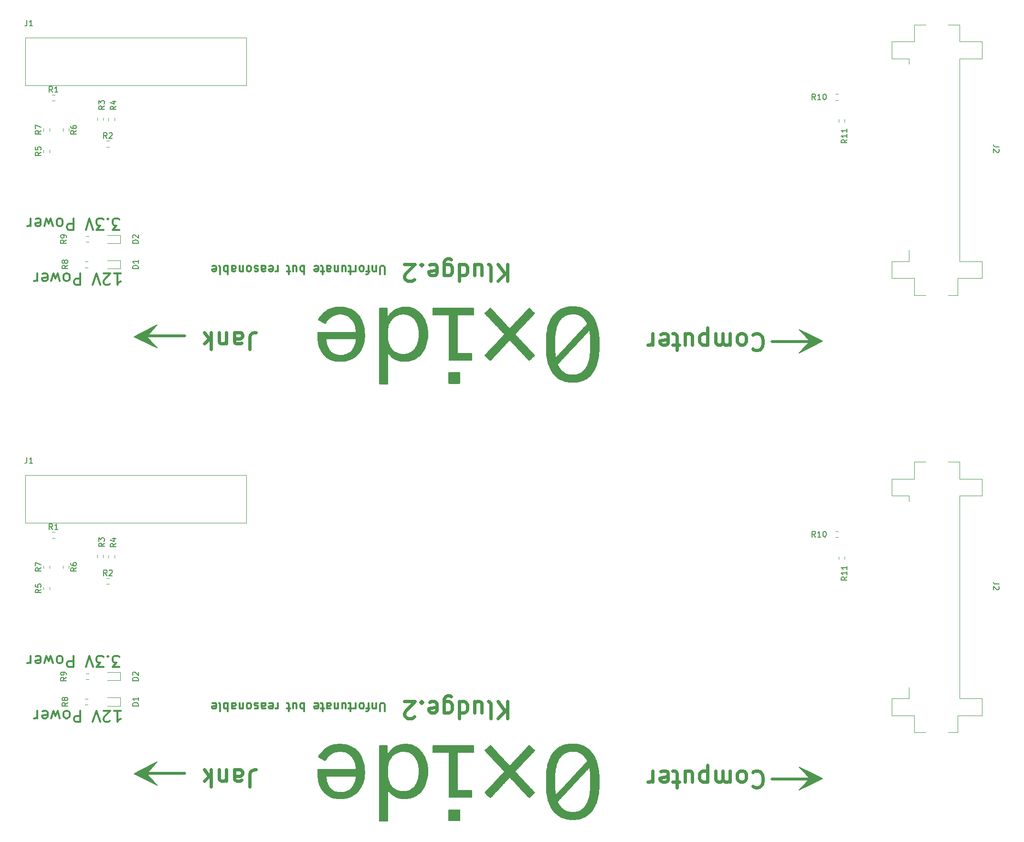
<source format=gbr>
G04 #@! TF.GenerationSoftware,KiCad,Pcbnew,6.0.7*
G04 #@! TF.CreationDate,2022-09-06T12:37:21-05:00*
G04 #@! TF.ProjectId,panel,70616e65-6c2e-46b6-9963-61645f706362,rev?*
G04 #@! TF.SameCoordinates,Original*
G04 #@! TF.FileFunction,Legend,Top*
G04 #@! TF.FilePolarity,Positive*
%FSLAX46Y46*%
G04 Gerber Fmt 4.6, Leading zero omitted, Abs format (unit mm)*
G04 Created by KiCad (PCBNEW 6.0.7) date 2022-09-06 12:37:21*
%MOMM*%
%LPD*%
G01*
G04 APERTURE LIST*
%ADD10C,0.150000*%
%ADD11C,0.500000*%
%ADD12C,0.300000*%
%ADD13C,0.600000*%
%ADD14C,0.120000*%
G04 APERTURE END LIST*
D10*
G36*
X167300000Y-158707106D02*
G01*
X163200000Y-160807106D01*
X165100000Y-158707106D01*
X163200000Y-156707106D01*
X167300000Y-158707106D01*
G37*
X167300000Y-158707106D02*
X163200000Y-160807106D01*
X165100000Y-158707106D01*
X163200000Y-156707106D01*
X167300000Y-158707106D01*
G36*
X167300000Y-81103553D02*
G01*
X163200000Y-83203553D01*
X165100000Y-81103553D01*
X163200000Y-79103553D01*
X167300000Y-81103553D01*
G37*
X167300000Y-81103553D02*
X163200000Y-83203553D01*
X165100000Y-81103553D01*
X163200000Y-79103553D01*
X167300000Y-81103553D01*
D11*
X158300000Y-81203553D02*
X165000000Y-81203553D01*
X158300000Y-158807106D02*
X165000000Y-158807106D01*
X54225000Y-80203553D02*
X47525000Y-80203553D01*
X54225000Y-157807106D02*
X47525000Y-157807106D01*
D10*
G36*
X47425000Y-157907106D02*
G01*
X49325000Y-159907106D01*
X45225000Y-157907106D01*
X49325000Y-155807106D01*
X47425000Y-157907106D01*
G37*
X47425000Y-157907106D02*
X49325000Y-159907106D01*
X45225000Y-157907106D01*
X49325000Y-155807106D01*
X47425000Y-157907106D01*
G36*
X47425000Y-80303553D02*
G01*
X49325000Y-82303553D01*
X45225000Y-80303553D01*
X49325000Y-78203553D01*
X47425000Y-80303553D01*
G37*
X47425000Y-80303553D02*
X49325000Y-82303553D01*
X45225000Y-80303553D01*
X49325000Y-78203553D01*
X47425000Y-80303553D01*
D12*
X89685714Y-146828534D02*
X89685714Y-145614248D01*
X89614285Y-145471391D01*
X89542857Y-145399963D01*
X89400000Y-145328534D01*
X89114285Y-145328534D01*
X88971428Y-145399963D01*
X88900000Y-145471391D01*
X88828571Y-145614248D01*
X88828571Y-146828534D01*
X88114285Y-146328534D02*
X88114285Y-145328534D01*
X88114285Y-146185677D02*
X88042857Y-146257106D01*
X87900000Y-146328534D01*
X87685714Y-146328534D01*
X87542857Y-146257106D01*
X87471428Y-146114248D01*
X87471428Y-145328534D01*
X86971428Y-146328534D02*
X86400000Y-146328534D01*
X86757142Y-145328534D02*
X86757142Y-146614248D01*
X86685714Y-146757106D01*
X86542857Y-146828534D01*
X86400000Y-146828534D01*
X85685714Y-145328534D02*
X85828571Y-145399963D01*
X85900000Y-145471391D01*
X85971428Y-145614248D01*
X85971428Y-146042820D01*
X85900000Y-146185677D01*
X85828571Y-146257106D01*
X85685714Y-146328534D01*
X85471428Y-146328534D01*
X85328571Y-146257106D01*
X85257142Y-146185677D01*
X85185714Y-146042820D01*
X85185714Y-145614248D01*
X85257142Y-145471391D01*
X85328571Y-145399963D01*
X85471428Y-145328534D01*
X85685714Y-145328534D01*
X84542857Y-145328534D02*
X84542857Y-146328534D01*
X84542857Y-146042820D02*
X84471428Y-146185677D01*
X84400000Y-146257106D01*
X84257142Y-146328534D01*
X84114285Y-146328534D01*
X83828571Y-146328534D02*
X83257142Y-146328534D01*
X83614285Y-146828534D02*
X83614285Y-145542820D01*
X83542857Y-145399963D01*
X83400000Y-145328534D01*
X83257142Y-145328534D01*
X82114285Y-146328534D02*
X82114285Y-145328534D01*
X82757142Y-146328534D02*
X82757142Y-145542820D01*
X82685714Y-145399963D01*
X82542857Y-145328534D01*
X82328571Y-145328534D01*
X82185714Y-145399963D01*
X82114285Y-145471391D01*
X81400000Y-146328534D02*
X81400000Y-145328534D01*
X81400000Y-146185677D02*
X81328571Y-146257106D01*
X81185714Y-146328534D01*
X80971428Y-146328534D01*
X80828571Y-146257106D01*
X80757142Y-146114248D01*
X80757142Y-145328534D01*
X79400000Y-145328534D02*
X79400000Y-146114248D01*
X79471428Y-146257106D01*
X79614285Y-146328534D01*
X79900000Y-146328534D01*
X80042857Y-146257106D01*
X79400000Y-145399963D02*
X79542857Y-145328534D01*
X79900000Y-145328534D01*
X80042857Y-145399963D01*
X80114285Y-145542820D01*
X80114285Y-145685677D01*
X80042857Y-145828534D01*
X79900000Y-145899963D01*
X79542857Y-145899963D01*
X79400000Y-145971391D01*
X78900000Y-146328534D02*
X78328571Y-146328534D01*
X78685714Y-146828534D02*
X78685714Y-145542820D01*
X78614285Y-145399963D01*
X78471428Y-145328534D01*
X78328571Y-145328534D01*
X77257142Y-145399963D02*
X77400000Y-145328534D01*
X77685714Y-145328534D01*
X77828571Y-145399963D01*
X77900000Y-145542820D01*
X77900000Y-146114248D01*
X77828571Y-146257106D01*
X77685714Y-146328534D01*
X77400000Y-146328534D01*
X77257142Y-146257106D01*
X77185714Y-146114248D01*
X77185714Y-145971391D01*
X77900000Y-145828534D01*
X75400000Y-145328534D02*
X75400000Y-146828534D01*
X75400000Y-146257106D02*
X75257142Y-146328534D01*
X74971428Y-146328534D01*
X74828571Y-146257106D01*
X74757142Y-146185677D01*
X74685714Y-146042820D01*
X74685714Y-145614248D01*
X74757142Y-145471391D01*
X74828571Y-145399963D01*
X74971428Y-145328534D01*
X75257142Y-145328534D01*
X75400000Y-145399963D01*
X73400000Y-146328534D02*
X73400000Y-145328534D01*
X74042857Y-146328534D02*
X74042857Y-145542820D01*
X73971428Y-145399963D01*
X73828571Y-145328534D01*
X73614285Y-145328534D01*
X73471428Y-145399963D01*
X73400000Y-145471391D01*
X72900000Y-146328534D02*
X72328571Y-146328534D01*
X72685714Y-146828534D02*
X72685714Y-145542820D01*
X72614285Y-145399963D01*
X72471428Y-145328534D01*
X72328571Y-145328534D01*
X70685714Y-145328534D02*
X70685714Y-146328534D01*
X70685714Y-146042820D02*
X70614285Y-146185677D01*
X70542857Y-146257106D01*
X70400000Y-146328534D01*
X70257142Y-146328534D01*
X69185714Y-145399963D02*
X69328571Y-145328534D01*
X69614285Y-145328534D01*
X69757142Y-145399963D01*
X69828571Y-145542820D01*
X69828571Y-146114248D01*
X69757142Y-146257106D01*
X69614285Y-146328534D01*
X69328571Y-146328534D01*
X69185714Y-146257106D01*
X69114285Y-146114248D01*
X69114285Y-145971391D01*
X69828571Y-145828534D01*
X67828571Y-145328534D02*
X67828571Y-146114248D01*
X67900000Y-146257106D01*
X68042857Y-146328534D01*
X68328571Y-146328534D01*
X68471428Y-146257106D01*
X67828571Y-145399963D02*
X67971428Y-145328534D01*
X68328571Y-145328534D01*
X68471428Y-145399963D01*
X68542857Y-145542820D01*
X68542857Y-145685677D01*
X68471428Y-145828534D01*
X68328571Y-145899963D01*
X67971428Y-145899963D01*
X67828571Y-145971391D01*
X67185714Y-145399963D02*
X67042857Y-145328534D01*
X66757142Y-145328534D01*
X66614285Y-145399963D01*
X66542857Y-145542820D01*
X66542857Y-145614248D01*
X66614285Y-145757106D01*
X66757142Y-145828534D01*
X66971428Y-145828534D01*
X67114285Y-145899963D01*
X67185714Y-146042820D01*
X67185714Y-146114248D01*
X67114285Y-146257106D01*
X66971428Y-146328534D01*
X66757142Y-146328534D01*
X66614285Y-146257106D01*
X65685714Y-145328534D02*
X65828571Y-145399963D01*
X65900000Y-145471391D01*
X65971428Y-145614248D01*
X65971428Y-146042820D01*
X65900000Y-146185677D01*
X65828571Y-146257106D01*
X65685714Y-146328534D01*
X65471428Y-146328534D01*
X65328571Y-146257106D01*
X65257142Y-146185677D01*
X65185714Y-146042820D01*
X65185714Y-145614248D01*
X65257142Y-145471391D01*
X65328571Y-145399963D01*
X65471428Y-145328534D01*
X65685714Y-145328534D01*
X64542857Y-146328534D02*
X64542857Y-145328534D01*
X64542857Y-146185677D02*
X64471428Y-146257106D01*
X64328571Y-146328534D01*
X64114285Y-146328534D01*
X63971428Y-146257106D01*
X63900000Y-146114248D01*
X63900000Y-145328534D01*
X62542857Y-145328534D02*
X62542857Y-146114248D01*
X62614285Y-146257106D01*
X62757142Y-146328534D01*
X63042857Y-146328534D01*
X63185714Y-146257106D01*
X62542857Y-145399963D02*
X62685714Y-145328534D01*
X63042857Y-145328534D01*
X63185714Y-145399963D01*
X63257142Y-145542820D01*
X63257142Y-145685677D01*
X63185714Y-145828534D01*
X63042857Y-145899963D01*
X62685714Y-145899963D01*
X62542857Y-145971391D01*
X61828571Y-145328534D02*
X61828571Y-146828534D01*
X61828571Y-146257106D02*
X61685714Y-146328534D01*
X61400000Y-146328534D01*
X61257142Y-146257106D01*
X61185714Y-146185677D01*
X61114285Y-146042820D01*
X61114285Y-145614248D01*
X61185714Y-145471391D01*
X61257142Y-145399963D01*
X61400000Y-145328534D01*
X61685714Y-145328534D01*
X61828571Y-145399963D01*
X60257142Y-145328534D02*
X60400000Y-145399963D01*
X60471428Y-145542820D01*
X60471428Y-146828534D01*
X59114285Y-145399963D02*
X59257142Y-145328534D01*
X59542857Y-145328534D01*
X59685714Y-145399963D01*
X59757142Y-145542820D01*
X59757142Y-146114248D01*
X59685714Y-146257106D01*
X59542857Y-146328534D01*
X59257142Y-146328534D01*
X59114285Y-146257106D01*
X59042857Y-146114248D01*
X59042857Y-145971391D01*
X59757142Y-145828534D01*
X89685714Y-69224981D02*
X89685714Y-68010695D01*
X89614285Y-67867838D01*
X89542857Y-67796410D01*
X89400000Y-67724981D01*
X89114285Y-67724981D01*
X88971428Y-67796410D01*
X88900000Y-67867838D01*
X88828571Y-68010695D01*
X88828571Y-69224981D01*
X88114285Y-68724981D02*
X88114285Y-67724981D01*
X88114285Y-68582124D02*
X88042857Y-68653553D01*
X87900000Y-68724981D01*
X87685714Y-68724981D01*
X87542857Y-68653553D01*
X87471428Y-68510695D01*
X87471428Y-67724981D01*
X86971428Y-68724981D02*
X86400000Y-68724981D01*
X86757142Y-67724981D02*
X86757142Y-69010695D01*
X86685714Y-69153553D01*
X86542857Y-69224981D01*
X86400000Y-69224981D01*
X85685714Y-67724981D02*
X85828571Y-67796410D01*
X85900000Y-67867838D01*
X85971428Y-68010695D01*
X85971428Y-68439267D01*
X85900000Y-68582124D01*
X85828571Y-68653553D01*
X85685714Y-68724981D01*
X85471428Y-68724981D01*
X85328571Y-68653553D01*
X85257142Y-68582124D01*
X85185714Y-68439267D01*
X85185714Y-68010695D01*
X85257142Y-67867838D01*
X85328571Y-67796410D01*
X85471428Y-67724981D01*
X85685714Y-67724981D01*
X84542857Y-67724981D02*
X84542857Y-68724981D01*
X84542857Y-68439267D02*
X84471428Y-68582124D01*
X84400000Y-68653553D01*
X84257142Y-68724981D01*
X84114285Y-68724981D01*
X83828571Y-68724981D02*
X83257142Y-68724981D01*
X83614285Y-69224981D02*
X83614285Y-67939267D01*
X83542857Y-67796410D01*
X83400000Y-67724981D01*
X83257142Y-67724981D01*
X82114285Y-68724981D02*
X82114285Y-67724981D01*
X82757142Y-68724981D02*
X82757142Y-67939267D01*
X82685714Y-67796410D01*
X82542857Y-67724981D01*
X82328571Y-67724981D01*
X82185714Y-67796410D01*
X82114285Y-67867838D01*
X81400000Y-68724981D02*
X81400000Y-67724981D01*
X81400000Y-68582124D02*
X81328571Y-68653553D01*
X81185714Y-68724981D01*
X80971428Y-68724981D01*
X80828571Y-68653553D01*
X80757142Y-68510695D01*
X80757142Y-67724981D01*
X79400000Y-67724981D02*
X79400000Y-68510695D01*
X79471428Y-68653553D01*
X79614285Y-68724981D01*
X79900000Y-68724981D01*
X80042857Y-68653553D01*
X79400000Y-67796410D02*
X79542857Y-67724981D01*
X79900000Y-67724981D01*
X80042857Y-67796410D01*
X80114285Y-67939267D01*
X80114285Y-68082124D01*
X80042857Y-68224981D01*
X79900000Y-68296410D01*
X79542857Y-68296410D01*
X79400000Y-68367838D01*
X78900000Y-68724981D02*
X78328571Y-68724981D01*
X78685714Y-69224981D02*
X78685714Y-67939267D01*
X78614285Y-67796410D01*
X78471428Y-67724981D01*
X78328571Y-67724981D01*
X77257142Y-67796410D02*
X77400000Y-67724981D01*
X77685714Y-67724981D01*
X77828571Y-67796410D01*
X77900000Y-67939267D01*
X77900000Y-68510695D01*
X77828571Y-68653553D01*
X77685714Y-68724981D01*
X77400000Y-68724981D01*
X77257142Y-68653553D01*
X77185714Y-68510695D01*
X77185714Y-68367838D01*
X77900000Y-68224981D01*
X75400000Y-67724981D02*
X75400000Y-69224981D01*
X75400000Y-68653553D02*
X75257142Y-68724981D01*
X74971428Y-68724981D01*
X74828571Y-68653553D01*
X74757142Y-68582124D01*
X74685714Y-68439267D01*
X74685714Y-68010695D01*
X74757142Y-67867838D01*
X74828571Y-67796410D01*
X74971428Y-67724981D01*
X75257142Y-67724981D01*
X75400000Y-67796410D01*
X73400000Y-68724981D02*
X73400000Y-67724981D01*
X74042857Y-68724981D02*
X74042857Y-67939267D01*
X73971428Y-67796410D01*
X73828571Y-67724981D01*
X73614285Y-67724981D01*
X73471428Y-67796410D01*
X73400000Y-67867838D01*
X72900000Y-68724981D02*
X72328571Y-68724981D01*
X72685714Y-69224981D02*
X72685714Y-67939267D01*
X72614285Y-67796410D01*
X72471428Y-67724981D01*
X72328571Y-67724981D01*
X70685714Y-67724981D02*
X70685714Y-68724981D01*
X70685714Y-68439267D02*
X70614285Y-68582124D01*
X70542857Y-68653553D01*
X70400000Y-68724981D01*
X70257142Y-68724981D01*
X69185714Y-67796410D02*
X69328571Y-67724981D01*
X69614285Y-67724981D01*
X69757142Y-67796410D01*
X69828571Y-67939267D01*
X69828571Y-68510695D01*
X69757142Y-68653553D01*
X69614285Y-68724981D01*
X69328571Y-68724981D01*
X69185714Y-68653553D01*
X69114285Y-68510695D01*
X69114285Y-68367838D01*
X69828571Y-68224981D01*
X67828571Y-67724981D02*
X67828571Y-68510695D01*
X67900000Y-68653553D01*
X68042857Y-68724981D01*
X68328571Y-68724981D01*
X68471428Y-68653553D01*
X67828571Y-67796410D02*
X67971428Y-67724981D01*
X68328571Y-67724981D01*
X68471428Y-67796410D01*
X68542857Y-67939267D01*
X68542857Y-68082124D01*
X68471428Y-68224981D01*
X68328571Y-68296410D01*
X67971428Y-68296410D01*
X67828571Y-68367838D01*
X67185714Y-67796410D02*
X67042857Y-67724981D01*
X66757142Y-67724981D01*
X66614285Y-67796410D01*
X66542857Y-67939267D01*
X66542857Y-68010695D01*
X66614285Y-68153553D01*
X66757142Y-68224981D01*
X66971428Y-68224981D01*
X67114285Y-68296410D01*
X67185714Y-68439267D01*
X67185714Y-68510695D01*
X67114285Y-68653553D01*
X66971428Y-68724981D01*
X66757142Y-68724981D01*
X66614285Y-68653553D01*
X65685714Y-67724981D02*
X65828571Y-67796410D01*
X65900000Y-67867838D01*
X65971428Y-68010695D01*
X65971428Y-68439267D01*
X65900000Y-68582124D01*
X65828571Y-68653553D01*
X65685714Y-68724981D01*
X65471428Y-68724981D01*
X65328571Y-68653553D01*
X65257142Y-68582124D01*
X65185714Y-68439267D01*
X65185714Y-68010695D01*
X65257142Y-67867838D01*
X65328571Y-67796410D01*
X65471428Y-67724981D01*
X65685714Y-67724981D01*
X64542857Y-68724981D02*
X64542857Y-67724981D01*
X64542857Y-68582124D02*
X64471428Y-68653553D01*
X64328571Y-68724981D01*
X64114285Y-68724981D01*
X63971428Y-68653553D01*
X63900000Y-68510695D01*
X63900000Y-67724981D01*
X62542857Y-67724981D02*
X62542857Y-68510695D01*
X62614285Y-68653553D01*
X62757142Y-68724981D01*
X63042857Y-68724981D01*
X63185714Y-68653553D01*
X62542857Y-67796410D02*
X62685714Y-67724981D01*
X63042857Y-67724981D01*
X63185714Y-67796410D01*
X63257142Y-67939267D01*
X63257142Y-68082124D01*
X63185714Y-68224981D01*
X63042857Y-68296410D01*
X62685714Y-68296410D01*
X62542857Y-68367838D01*
X61828571Y-67724981D02*
X61828571Y-69224981D01*
X61828571Y-68653553D02*
X61685714Y-68724981D01*
X61400000Y-68724981D01*
X61257142Y-68653553D01*
X61185714Y-68582124D01*
X61114285Y-68439267D01*
X61114285Y-68010695D01*
X61185714Y-67867838D01*
X61257142Y-67796410D01*
X61400000Y-67724981D01*
X61685714Y-67724981D01*
X61828571Y-67796410D01*
X60257142Y-67724981D02*
X60400000Y-67796410D01*
X60471428Y-67939267D01*
X60471428Y-69224981D01*
X59114285Y-67796410D02*
X59257142Y-67724981D01*
X59542857Y-67724981D01*
X59685714Y-67796410D01*
X59757142Y-67939267D01*
X59757142Y-68510695D01*
X59685714Y-68653553D01*
X59542857Y-68724981D01*
X59257142Y-68724981D01*
X59114285Y-68653553D01*
X59042857Y-68510695D01*
X59042857Y-68367838D01*
X59757142Y-68224981D01*
D13*
X65699999Y-82546410D02*
X65699999Y-80403553D01*
X65842857Y-79974981D01*
X66128571Y-79689267D01*
X66557142Y-79546410D01*
X66842857Y-79546410D01*
X62985714Y-79546410D02*
X62985714Y-81117838D01*
X63128571Y-81403553D01*
X63414285Y-81546410D01*
X63985714Y-81546410D01*
X64271428Y-81403553D01*
X62985714Y-79689267D02*
X63271428Y-79546410D01*
X63985714Y-79546410D01*
X64271428Y-79689267D01*
X64414285Y-79974981D01*
X64414285Y-80260695D01*
X64271428Y-80546410D01*
X63985714Y-80689267D01*
X63271428Y-80689267D01*
X62985714Y-80832124D01*
X61557142Y-81546410D02*
X61557142Y-79546410D01*
X61557142Y-81260695D02*
X61414285Y-81403553D01*
X61128571Y-81546410D01*
X60700000Y-81546410D01*
X60414285Y-81403553D01*
X60271428Y-81117838D01*
X60271428Y-79546410D01*
X58842857Y-79546410D02*
X58842857Y-82546410D01*
X58557142Y-80689267D02*
X57700000Y-79546410D01*
X57700000Y-81546410D02*
X58842857Y-80403553D01*
X65699999Y-160149963D02*
X65699999Y-158007106D01*
X65842857Y-157578534D01*
X66128571Y-157292820D01*
X66557142Y-157149963D01*
X66842857Y-157149963D01*
X62985714Y-157149963D02*
X62985714Y-158721391D01*
X63128571Y-159007106D01*
X63414285Y-159149963D01*
X63985714Y-159149963D01*
X64271428Y-159007106D01*
X62985714Y-157292820D02*
X63271428Y-157149963D01*
X63985714Y-157149963D01*
X64271428Y-157292820D01*
X64414285Y-157578534D01*
X64414285Y-157864248D01*
X64271428Y-158149963D01*
X63985714Y-158292820D01*
X63271428Y-158292820D01*
X62985714Y-158435677D01*
X61557142Y-159149963D02*
X61557142Y-157149963D01*
X61557142Y-158864248D02*
X61414285Y-159007106D01*
X61128571Y-159149963D01*
X60700000Y-159149963D01*
X60414285Y-159007106D01*
X60271428Y-158721391D01*
X60271428Y-157149963D01*
X58842857Y-157149963D02*
X58842857Y-160149963D01*
X58557142Y-158292820D02*
X57700000Y-157149963D01*
X57700000Y-159149963D02*
X58842857Y-158007106D01*
D12*
X42642857Y-61348791D02*
X41404761Y-61348791D01*
X42071428Y-60586886D01*
X41785714Y-60586886D01*
X41595238Y-60491648D01*
X41500000Y-60396410D01*
X41404761Y-60205933D01*
X41404761Y-59729743D01*
X41500000Y-59539267D01*
X41595238Y-59444029D01*
X41785714Y-59348791D01*
X42357142Y-59348791D01*
X42547619Y-59444029D01*
X42642857Y-59539267D01*
X40547619Y-59539267D02*
X40452380Y-59444029D01*
X40547619Y-59348791D01*
X40642857Y-59444029D01*
X40547619Y-59539267D01*
X40547619Y-59348791D01*
X39785714Y-61348791D02*
X38547619Y-61348791D01*
X39214285Y-60586886D01*
X38928571Y-60586886D01*
X38738095Y-60491648D01*
X38642857Y-60396410D01*
X38547619Y-60205933D01*
X38547619Y-59729743D01*
X38642857Y-59539267D01*
X38738095Y-59444029D01*
X38928571Y-59348791D01*
X39500000Y-59348791D01*
X39690476Y-59444029D01*
X39785714Y-59539267D01*
X37976190Y-61348791D02*
X37309523Y-59348791D01*
X36642857Y-61348791D01*
X34452380Y-59348791D02*
X34452380Y-61348791D01*
X33690476Y-61348791D01*
X33500000Y-61253553D01*
X33404761Y-61158314D01*
X33309523Y-60967838D01*
X33309523Y-60682124D01*
X33404761Y-60491648D01*
X33500000Y-60396410D01*
X33690476Y-60301172D01*
X34452380Y-60301172D01*
X32166666Y-59348791D02*
X32357142Y-59444029D01*
X32452380Y-59539267D01*
X32547619Y-59729743D01*
X32547619Y-60301172D01*
X32452380Y-60491648D01*
X32357142Y-60586886D01*
X32166666Y-60682124D01*
X31880952Y-60682124D01*
X31690476Y-60586886D01*
X31595238Y-60491648D01*
X31500000Y-60301172D01*
X31500000Y-59729743D01*
X31595238Y-59539267D01*
X31690476Y-59444029D01*
X31880952Y-59348791D01*
X32166666Y-59348791D01*
X30833333Y-60682124D02*
X30452380Y-59348791D01*
X30071428Y-60301172D01*
X29690476Y-59348791D01*
X29309523Y-60682124D01*
X27785714Y-59444029D02*
X27976190Y-59348791D01*
X28357142Y-59348791D01*
X28547619Y-59444029D01*
X28642857Y-59634505D01*
X28642857Y-60396410D01*
X28547619Y-60586886D01*
X28357142Y-60682124D01*
X27976190Y-60682124D01*
X27785714Y-60586886D01*
X27690476Y-60396410D01*
X27690476Y-60205933D01*
X28642857Y-60015457D01*
X26833333Y-59348791D02*
X26833333Y-60682124D01*
X26833333Y-60301172D02*
X26738095Y-60491648D01*
X26642857Y-60586886D01*
X26452380Y-60682124D01*
X26261904Y-60682124D01*
X42642857Y-138952344D02*
X41404761Y-138952344D01*
X42071428Y-138190439D01*
X41785714Y-138190439D01*
X41595238Y-138095201D01*
X41500000Y-137999963D01*
X41404761Y-137809486D01*
X41404761Y-137333296D01*
X41500000Y-137142820D01*
X41595238Y-137047582D01*
X41785714Y-136952344D01*
X42357142Y-136952344D01*
X42547619Y-137047582D01*
X42642857Y-137142820D01*
X40547619Y-137142820D02*
X40452380Y-137047582D01*
X40547619Y-136952344D01*
X40642857Y-137047582D01*
X40547619Y-137142820D01*
X40547619Y-136952344D01*
X39785714Y-138952344D02*
X38547619Y-138952344D01*
X39214285Y-138190439D01*
X38928571Y-138190439D01*
X38738095Y-138095201D01*
X38642857Y-137999963D01*
X38547619Y-137809486D01*
X38547619Y-137333296D01*
X38642857Y-137142820D01*
X38738095Y-137047582D01*
X38928571Y-136952344D01*
X39500000Y-136952344D01*
X39690476Y-137047582D01*
X39785714Y-137142820D01*
X37976190Y-138952344D02*
X37309523Y-136952344D01*
X36642857Y-138952344D01*
X34452380Y-136952344D02*
X34452380Y-138952344D01*
X33690476Y-138952344D01*
X33500000Y-138857106D01*
X33404761Y-138761867D01*
X33309523Y-138571391D01*
X33309523Y-138285677D01*
X33404761Y-138095201D01*
X33500000Y-137999963D01*
X33690476Y-137904725D01*
X34452380Y-137904725D01*
X32166666Y-136952344D02*
X32357142Y-137047582D01*
X32452380Y-137142820D01*
X32547619Y-137333296D01*
X32547619Y-137904725D01*
X32452380Y-138095201D01*
X32357142Y-138190439D01*
X32166666Y-138285677D01*
X31880952Y-138285677D01*
X31690476Y-138190439D01*
X31595238Y-138095201D01*
X31500000Y-137904725D01*
X31500000Y-137333296D01*
X31595238Y-137142820D01*
X31690476Y-137047582D01*
X31880952Y-136952344D01*
X32166666Y-136952344D01*
X30833333Y-138285677D02*
X30452380Y-136952344D01*
X30071428Y-137904725D01*
X29690476Y-136952344D01*
X29309523Y-138285677D01*
X27785714Y-137047582D02*
X27976190Y-136952344D01*
X28357142Y-136952344D01*
X28547619Y-137047582D01*
X28642857Y-137238058D01*
X28642857Y-137999963D01*
X28547619Y-138190439D01*
X28357142Y-138285677D01*
X27976190Y-138285677D01*
X27785714Y-138190439D01*
X27690476Y-137999963D01*
X27690476Y-137809486D01*
X28642857Y-137619010D01*
X26833333Y-136952344D02*
X26833333Y-138285677D01*
X26833333Y-137904725D02*
X26738095Y-138095201D01*
X26642857Y-138190439D01*
X26452380Y-138285677D01*
X26261904Y-138285677D01*
D13*
X154914285Y-80032124D02*
X155057142Y-79889267D01*
X155485714Y-79746410D01*
X155771428Y-79746410D01*
X156200000Y-79889267D01*
X156485714Y-80174981D01*
X156628571Y-80460695D01*
X156771428Y-81032124D01*
X156771428Y-81460695D01*
X156628571Y-82032124D01*
X156485714Y-82317838D01*
X156200000Y-82603553D01*
X155771428Y-82746410D01*
X155485714Y-82746410D01*
X155057142Y-82603553D01*
X154914285Y-82460695D01*
X153200000Y-79746410D02*
X153485714Y-79889267D01*
X153628571Y-80032124D01*
X153771428Y-80317838D01*
X153771428Y-81174981D01*
X153628571Y-81460695D01*
X153485714Y-81603553D01*
X153200000Y-81746410D01*
X152771428Y-81746410D01*
X152485714Y-81603553D01*
X152342857Y-81460695D01*
X152200000Y-81174981D01*
X152200000Y-80317838D01*
X152342857Y-80032124D01*
X152485714Y-79889267D01*
X152771428Y-79746410D01*
X153200000Y-79746410D01*
X150914285Y-79746410D02*
X150914285Y-81746410D01*
X150914285Y-81460695D02*
X150771428Y-81603553D01*
X150485714Y-81746410D01*
X150057142Y-81746410D01*
X149771428Y-81603553D01*
X149628571Y-81317838D01*
X149628571Y-79746410D01*
X149628571Y-81317838D02*
X149485714Y-81603553D01*
X149200000Y-81746410D01*
X148771428Y-81746410D01*
X148485714Y-81603553D01*
X148342857Y-81317838D01*
X148342857Y-79746410D01*
X146914285Y-81746410D02*
X146914285Y-78746410D01*
X146914285Y-81603553D02*
X146628571Y-81746410D01*
X146057142Y-81746410D01*
X145771428Y-81603553D01*
X145628571Y-81460695D01*
X145485714Y-81174981D01*
X145485714Y-80317838D01*
X145628571Y-80032124D01*
X145771428Y-79889267D01*
X146057142Y-79746410D01*
X146628571Y-79746410D01*
X146914285Y-79889267D01*
X142914285Y-81746410D02*
X142914285Y-79746410D01*
X144200000Y-81746410D02*
X144200000Y-80174981D01*
X144057142Y-79889267D01*
X143771428Y-79746410D01*
X143342857Y-79746410D01*
X143057142Y-79889267D01*
X142914285Y-80032124D01*
X141914285Y-81746410D02*
X140771428Y-81746410D01*
X141485714Y-82746410D02*
X141485714Y-80174981D01*
X141342857Y-79889267D01*
X141057142Y-79746410D01*
X140771428Y-79746410D01*
X138628571Y-79889267D02*
X138914285Y-79746410D01*
X139485714Y-79746410D01*
X139771428Y-79889267D01*
X139914285Y-80174981D01*
X139914285Y-81317838D01*
X139771428Y-81603553D01*
X139485714Y-81746410D01*
X138914285Y-81746410D01*
X138628571Y-81603553D01*
X138485714Y-81317838D01*
X138485714Y-81032124D01*
X139914285Y-80746410D01*
X137200000Y-79746410D02*
X137200000Y-81746410D01*
X137200000Y-81174981D02*
X137057142Y-81460695D01*
X136914285Y-81603553D01*
X136628571Y-81746410D01*
X136342857Y-81746410D01*
X154914285Y-157635677D02*
X155057142Y-157492820D01*
X155485714Y-157349963D01*
X155771428Y-157349963D01*
X156200000Y-157492820D01*
X156485714Y-157778534D01*
X156628571Y-158064248D01*
X156771428Y-158635677D01*
X156771428Y-159064248D01*
X156628571Y-159635677D01*
X156485714Y-159921391D01*
X156200000Y-160207106D01*
X155771428Y-160349963D01*
X155485714Y-160349963D01*
X155057142Y-160207106D01*
X154914285Y-160064248D01*
X153200000Y-157349963D02*
X153485714Y-157492820D01*
X153628571Y-157635677D01*
X153771428Y-157921391D01*
X153771428Y-158778534D01*
X153628571Y-159064248D01*
X153485714Y-159207106D01*
X153200000Y-159349963D01*
X152771428Y-159349963D01*
X152485714Y-159207106D01*
X152342857Y-159064248D01*
X152200000Y-158778534D01*
X152200000Y-157921391D01*
X152342857Y-157635677D01*
X152485714Y-157492820D01*
X152771428Y-157349963D01*
X153200000Y-157349963D01*
X150914285Y-157349963D02*
X150914285Y-159349963D01*
X150914285Y-159064248D02*
X150771428Y-159207106D01*
X150485714Y-159349963D01*
X150057142Y-159349963D01*
X149771428Y-159207106D01*
X149628571Y-158921391D01*
X149628571Y-157349963D01*
X149628571Y-158921391D02*
X149485714Y-159207106D01*
X149200000Y-159349963D01*
X148771428Y-159349963D01*
X148485714Y-159207106D01*
X148342857Y-158921391D01*
X148342857Y-157349963D01*
X146914285Y-159349963D02*
X146914285Y-156349963D01*
X146914285Y-159207106D02*
X146628571Y-159349963D01*
X146057142Y-159349963D01*
X145771428Y-159207106D01*
X145628571Y-159064248D01*
X145485714Y-158778534D01*
X145485714Y-157921391D01*
X145628571Y-157635677D01*
X145771428Y-157492820D01*
X146057142Y-157349963D01*
X146628571Y-157349963D01*
X146914285Y-157492820D01*
X142914285Y-159349963D02*
X142914285Y-157349963D01*
X144200000Y-159349963D02*
X144200000Y-157778534D01*
X144057142Y-157492820D01*
X143771428Y-157349963D01*
X143342857Y-157349963D01*
X143057142Y-157492820D01*
X142914285Y-157635677D01*
X141914285Y-159349963D02*
X140771428Y-159349963D01*
X141485714Y-160349963D02*
X141485714Y-157778534D01*
X141342857Y-157492820D01*
X141057142Y-157349963D01*
X140771428Y-157349963D01*
X138628571Y-157492820D02*
X138914285Y-157349963D01*
X139485714Y-157349963D01*
X139771428Y-157492820D01*
X139914285Y-157778534D01*
X139914285Y-158921391D01*
X139771428Y-159207106D01*
X139485714Y-159349963D01*
X138914285Y-159349963D01*
X138628571Y-159207106D01*
X138485714Y-158921391D01*
X138485714Y-158635677D01*
X139914285Y-158349963D01*
X137200000Y-157349963D02*
X137200000Y-159349963D01*
X137200000Y-158778534D02*
X137057142Y-159064248D01*
X136914285Y-159207106D01*
X136628571Y-159349963D01*
X136342857Y-159349963D01*
X111471428Y-67446410D02*
X111471428Y-70446410D01*
X109757142Y-67446410D02*
X111042857Y-69160695D01*
X109757142Y-70446410D02*
X111471428Y-68732124D01*
X108042857Y-67446410D02*
X108328571Y-67589267D01*
X108471428Y-67874981D01*
X108471428Y-70446410D01*
X105614285Y-69446410D02*
X105614285Y-67446410D01*
X106900000Y-69446410D02*
X106900000Y-67874981D01*
X106757142Y-67589267D01*
X106471428Y-67446410D01*
X106042857Y-67446410D01*
X105757142Y-67589267D01*
X105614285Y-67732124D01*
X102900000Y-67446410D02*
X102900000Y-70446410D01*
X102900000Y-67589267D02*
X103185714Y-67446410D01*
X103757142Y-67446410D01*
X104042857Y-67589267D01*
X104185714Y-67732124D01*
X104328571Y-68017838D01*
X104328571Y-68874981D01*
X104185714Y-69160695D01*
X104042857Y-69303553D01*
X103757142Y-69446410D01*
X103185714Y-69446410D01*
X102900000Y-69303553D01*
X100185714Y-69446410D02*
X100185714Y-67017838D01*
X100328571Y-66732124D01*
X100471428Y-66589267D01*
X100757142Y-66446410D01*
X101185714Y-66446410D01*
X101471428Y-66589267D01*
X100185714Y-67589267D02*
X100471428Y-67446410D01*
X101042857Y-67446410D01*
X101328571Y-67589267D01*
X101471428Y-67732124D01*
X101614285Y-68017838D01*
X101614285Y-68874981D01*
X101471428Y-69160695D01*
X101328571Y-69303553D01*
X101042857Y-69446410D01*
X100471428Y-69446410D01*
X100185714Y-69303553D01*
X97614285Y-67589267D02*
X97900000Y-67446410D01*
X98471428Y-67446410D01*
X98757142Y-67589267D01*
X98900000Y-67874981D01*
X98900000Y-69017838D01*
X98757142Y-69303553D01*
X98471428Y-69446410D01*
X97900000Y-69446410D01*
X97614285Y-69303553D01*
X97471428Y-69017838D01*
X97471428Y-68732124D01*
X98900000Y-68446410D01*
X96185714Y-67732124D02*
X96042857Y-67589267D01*
X96185714Y-67446410D01*
X96328571Y-67589267D01*
X96185714Y-67732124D01*
X96185714Y-67446410D01*
X94900000Y-70160695D02*
X94757142Y-70303553D01*
X94471428Y-70446410D01*
X93757142Y-70446410D01*
X93471428Y-70303553D01*
X93328571Y-70160695D01*
X93185714Y-69874981D01*
X93185714Y-69589267D01*
X93328571Y-69160695D01*
X95042857Y-67446410D01*
X93185714Y-67446410D01*
X111471428Y-145049963D02*
X111471428Y-148049963D01*
X109757142Y-145049963D02*
X111042857Y-146764248D01*
X109757142Y-148049963D02*
X111471428Y-146335677D01*
X108042857Y-145049963D02*
X108328571Y-145192820D01*
X108471428Y-145478534D01*
X108471428Y-148049963D01*
X105614285Y-147049963D02*
X105614285Y-145049963D01*
X106900000Y-147049963D02*
X106900000Y-145478534D01*
X106757142Y-145192820D01*
X106471428Y-145049963D01*
X106042857Y-145049963D01*
X105757142Y-145192820D01*
X105614285Y-145335677D01*
X102900000Y-145049963D02*
X102900000Y-148049963D01*
X102900000Y-145192820D02*
X103185714Y-145049963D01*
X103757142Y-145049963D01*
X104042857Y-145192820D01*
X104185714Y-145335677D01*
X104328571Y-145621391D01*
X104328571Y-146478534D01*
X104185714Y-146764248D01*
X104042857Y-146907106D01*
X103757142Y-147049963D01*
X103185714Y-147049963D01*
X102900000Y-146907106D01*
X100185714Y-147049963D02*
X100185714Y-144621391D01*
X100328571Y-144335677D01*
X100471428Y-144192820D01*
X100757142Y-144049963D01*
X101185714Y-144049963D01*
X101471428Y-144192820D01*
X100185714Y-145192820D02*
X100471428Y-145049963D01*
X101042857Y-145049963D01*
X101328571Y-145192820D01*
X101471428Y-145335677D01*
X101614285Y-145621391D01*
X101614285Y-146478534D01*
X101471428Y-146764248D01*
X101328571Y-146907106D01*
X101042857Y-147049963D01*
X100471428Y-147049963D01*
X100185714Y-146907106D01*
X97614285Y-145192820D02*
X97900000Y-145049963D01*
X98471428Y-145049963D01*
X98757142Y-145192820D01*
X98900000Y-145478534D01*
X98900000Y-146621391D01*
X98757142Y-146907106D01*
X98471428Y-147049963D01*
X97900000Y-147049963D01*
X97614285Y-146907106D01*
X97471428Y-146621391D01*
X97471428Y-146335677D01*
X98900000Y-146049963D01*
X96185714Y-145335677D02*
X96042857Y-145192820D01*
X96185714Y-145049963D01*
X96328571Y-145192820D01*
X96185714Y-145335677D01*
X96185714Y-145049963D01*
X94900000Y-147764248D02*
X94757142Y-147907106D01*
X94471428Y-148049963D01*
X93757142Y-148049963D01*
X93471428Y-147907106D01*
X93328571Y-147764248D01*
X93185714Y-147478534D01*
X93185714Y-147192820D01*
X93328571Y-146764248D01*
X95042857Y-145049963D01*
X93185714Y-145049963D01*
D12*
X41678571Y-69098791D02*
X42821428Y-69098791D01*
X42250000Y-69098791D02*
X42250000Y-71098791D01*
X42440476Y-70813076D01*
X42630952Y-70622600D01*
X42821428Y-70527362D01*
X40916666Y-70908314D02*
X40821428Y-71003553D01*
X40630952Y-71098791D01*
X40154761Y-71098791D01*
X39964285Y-71003553D01*
X39869047Y-70908314D01*
X39773809Y-70717838D01*
X39773809Y-70527362D01*
X39869047Y-70241648D01*
X41011904Y-69098791D01*
X39773809Y-69098791D01*
X39202380Y-71098791D02*
X38535714Y-69098791D01*
X37869047Y-71098791D01*
X35678571Y-69098791D02*
X35678571Y-71098791D01*
X34916666Y-71098791D01*
X34726190Y-71003553D01*
X34630952Y-70908314D01*
X34535714Y-70717838D01*
X34535714Y-70432124D01*
X34630952Y-70241648D01*
X34726190Y-70146410D01*
X34916666Y-70051172D01*
X35678571Y-70051172D01*
X33392857Y-69098791D02*
X33583333Y-69194029D01*
X33678571Y-69289267D01*
X33773809Y-69479743D01*
X33773809Y-70051172D01*
X33678571Y-70241648D01*
X33583333Y-70336886D01*
X33392857Y-70432124D01*
X33107142Y-70432124D01*
X32916666Y-70336886D01*
X32821428Y-70241648D01*
X32726190Y-70051172D01*
X32726190Y-69479743D01*
X32821428Y-69289267D01*
X32916666Y-69194029D01*
X33107142Y-69098791D01*
X33392857Y-69098791D01*
X32059523Y-70432124D02*
X31678571Y-69098791D01*
X31297619Y-70051172D01*
X30916666Y-69098791D01*
X30535714Y-70432124D01*
X29011904Y-69194029D02*
X29202380Y-69098791D01*
X29583333Y-69098791D01*
X29773809Y-69194029D01*
X29869047Y-69384505D01*
X29869047Y-70146410D01*
X29773809Y-70336886D01*
X29583333Y-70432124D01*
X29202380Y-70432124D01*
X29011904Y-70336886D01*
X28916666Y-70146410D01*
X28916666Y-69955933D01*
X29869047Y-69765457D01*
X28059523Y-69098791D02*
X28059523Y-70432124D01*
X28059523Y-70051172D02*
X27964285Y-70241648D01*
X27869047Y-70336886D01*
X27678571Y-70432124D01*
X27488095Y-70432124D01*
X41678571Y-146702344D02*
X42821428Y-146702344D01*
X42250000Y-146702344D02*
X42250000Y-148702344D01*
X42440476Y-148416629D01*
X42630952Y-148226153D01*
X42821428Y-148130915D01*
X40916666Y-148511867D02*
X40821428Y-148607106D01*
X40630952Y-148702344D01*
X40154761Y-148702344D01*
X39964285Y-148607106D01*
X39869047Y-148511867D01*
X39773809Y-148321391D01*
X39773809Y-148130915D01*
X39869047Y-147845201D01*
X41011904Y-146702344D01*
X39773809Y-146702344D01*
X39202380Y-148702344D02*
X38535714Y-146702344D01*
X37869047Y-148702344D01*
X35678571Y-146702344D02*
X35678571Y-148702344D01*
X34916666Y-148702344D01*
X34726190Y-148607106D01*
X34630952Y-148511867D01*
X34535714Y-148321391D01*
X34535714Y-148035677D01*
X34630952Y-147845201D01*
X34726190Y-147749963D01*
X34916666Y-147654725D01*
X35678571Y-147654725D01*
X33392857Y-146702344D02*
X33583333Y-146797582D01*
X33678571Y-146892820D01*
X33773809Y-147083296D01*
X33773809Y-147654725D01*
X33678571Y-147845201D01*
X33583333Y-147940439D01*
X33392857Y-148035677D01*
X33107142Y-148035677D01*
X32916666Y-147940439D01*
X32821428Y-147845201D01*
X32726190Y-147654725D01*
X32726190Y-147083296D01*
X32821428Y-146892820D01*
X32916666Y-146797582D01*
X33107142Y-146702344D01*
X33392857Y-146702344D01*
X32059523Y-148035677D02*
X31678571Y-146702344D01*
X31297619Y-147654725D01*
X30916666Y-146702344D01*
X30535714Y-148035677D01*
X29011904Y-146797582D02*
X29202380Y-146702344D01*
X29583333Y-146702344D01*
X29773809Y-146797582D01*
X29869047Y-146988058D01*
X29869047Y-147749963D01*
X29773809Y-147940439D01*
X29583333Y-148035677D01*
X29202380Y-148035677D01*
X29011904Y-147940439D01*
X28916666Y-147749963D01*
X28916666Y-147559486D01*
X29869047Y-147369010D01*
X28059523Y-146702344D02*
X28059523Y-148035677D01*
X28059523Y-147654725D02*
X27964285Y-147845201D01*
X27869047Y-147940439D01*
X27678571Y-148035677D01*
X27488095Y-148035677D01*
D10*
G04 #@! TO.C,D2*
X45952380Y-63741648D02*
X44952380Y-63741648D01*
X44952380Y-63503553D01*
X45000000Y-63360695D01*
X45095238Y-63265457D01*
X45190476Y-63217838D01*
X45380952Y-63170219D01*
X45523809Y-63170219D01*
X45714285Y-63217838D01*
X45809523Y-63265457D01*
X45904761Y-63360695D01*
X45952380Y-63503553D01*
X45952380Y-63741648D01*
X45047619Y-62789267D02*
X45000000Y-62741648D01*
X44952380Y-62646410D01*
X44952380Y-62408314D01*
X45000000Y-62313076D01*
X45047619Y-62265457D01*
X45142857Y-62217838D01*
X45238095Y-62217838D01*
X45380952Y-62265457D01*
X45952380Y-62836886D01*
X45952380Y-62217838D01*
G04 #@! TO.C,R1*
X30758333Y-36925933D02*
X30425000Y-36449743D01*
X30186904Y-36925933D02*
X30186904Y-35925933D01*
X30567857Y-35925933D01*
X30663095Y-35973553D01*
X30710714Y-36021172D01*
X30758333Y-36116410D01*
X30758333Y-36259267D01*
X30710714Y-36354505D01*
X30663095Y-36402124D01*
X30567857Y-36449743D01*
X30186904Y-36449743D01*
X31710714Y-36925933D02*
X31139285Y-36925933D01*
X31425000Y-36925933D02*
X31425000Y-35925933D01*
X31329761Y-36068791D01*
X31234523Y-36164029D01*
X31139285Y-36211648D01*
G04 #@! TO.C,R9*
X33202380Y-140773772D02*
X32726190Y-141107106D01*
X33202380Y-141345201D02*
X32202380Y-141345201D01*
X32202380Y-140964248D01*
X32250000Y-140869010D01*
X32297619Y-140821391D01*
X32392857Y-140773772D01*
X32535714Y-140773772D01*
X32630952Y-140821391D01*
X32678571Y-140869010D01*
X32726190Y-140964248D01*
X32726190Y-141345201D01*
X33202380Y-140297582D02*
X33202380Y-140107106D01*
X33154761Y-140011867D01*
X33107142Y-139964248D01*
X32964285Y-139869010D01*
X32773809Y-139821391D01*
X32392857Y-139821391D01*
X32297619Y-139869010D01*
X32250000Y-139916629D01*
X32202380Y-140011867D01*
X32202380Y-140202344D01*
X32250000Y-140297582D01*
X32297619Y-140345201D01*
X32392857Y-140392820D01*
X32630952Y-140392820D01*
X32726190Y-140345201D01*
X32773809Y-140297582D01*
X32821428Y-140202344D01*
X32821428Y-140011867D01*
X32773809Y-139916629D01*
X32726190Y-139869010D01*
X32630952Y-139821391D01*
G04 #@! TO.C,R3*
X39952380Y-116973772D02*
X39476190Y-117307106D01*
X39952380Y-117545201D02*
X38952380Y-117545201D01*
X38952380Y-117164248D01*
X39000000Y-117069010D01*
X39047619Y-117021391D01*
X39142857Y-116973772D01*
X39285714Y-116973772D01*
X39380952Y-117021391D01*
X39428571Y-117069010D01*
X39476190Y-117164248D01*
X39476190Y-117545201D01*
X38952380Y-116640439D02*
X38952380Y-116021391D01*
X39333333Y-116354725D01*
X39333333Y-116211867D01*
X39380952Y-116116629D01*
X39428571Y-116069010D01*
X39523809Y-116021391D01*
X39761904Y-116021391D01*
X39857142Y-116069010D01*
X39904761Y-116116629D01*
X39952380Y-116211867D01*
X39952380Y-116497582D01*
X39904761Y-116592820D01*
X39857142Y-116640439D01*
G04 #@! TO.C,R10*
X166057142Y-115859486D02*
X165723809Y-115383296D01*
X165485714Y-115859486D02*
X165485714Y-114859486D01*
X165866666Y-114859486D01*
X165961904Y-114907106D01*
X166009523Y-114954725D01*
X166057142Y-115049963D01*
X166057142Y-115192820D01*
X166009523Y-115288058D01*
X165961904Y-115335677D01*
X165866666Y-115383296D01*
X165485714Y-115383296D01*
X167009523Y-115859486D02*
X166438095Y-115859486D01*
X166723809Y-115859486D02*
X166723809Y-114859486D01*
X166628571Y-115002344D01*
X166533333Y-115097582D01*
X166438095Y-115145201D01*
X167628571Y-114859486D02*
X167723809Y-114859486D01*
X167819047Y-114907106D01*
X167866666Y-114954725D01*
X167914285Y-115049963D01*
X167961904Y-115240439D01*
X167961904Y-115478534D01*
X167914285Y-115669010D01*
X167866666Y-115764248D01*
X167819047Y-115811867D01*
X167723809Y-115859486D01*
X167628571Y-115859486D01*
X167533333Y-115811867D01*
X167485714Y-115764248D01*
X167438095Y-115669010D01*
X167390476Y-115478534D01*
X167390476Y-115240439D01*
X167438095Y-115049963D01*
X167485714Y-114954725D01*
X167533333Y-114907106D01*
X167628571Y-114859486D01*
G04 #@! TO.C,R2*
X40408333Y-45125933D02*
X40075000Y-44649743D01*
X39836904Y-45125933D02*
X39836904Y-44125933D01*
X40217857Y-44125933D01*
X40313095Y-44173553D01*
X40360714Y-44221172D01*
X40408333Y-44316410D01*
X40408333Y-44459267D01*
X40360714Y-44554505D01*
X40313095Y-44602124D01*
X40217857Y-44649743D01*
X39836904Y-44649743D01*
X40789285Y-44221172D02*
X40836904Y-44173553D01*
X40932142Y-44125933D01*
X41170238Y-44125933D01*
X41265476Y-44173553D01*
X41313095Y-44221172D01*
X41360714Y-44316410D01*
X41360714Y-44411648D01*
X41313095Y-44554505D01*
X40741666Y-45125933D01*
X41360714Y-45125933D01*
G04 #@! TO.C,D2*
X45952380Y-141345201D02*
X44952380Y-141345201D01*
X44952380Y-141107106D01*
X45000000Y-140964248D01*
X45095238Y-140869010D01*
X45190476Y-140821391D01*
X45380952Y-140773772D01*
X45523809Y-140773772D01*
X45714285Y-140821391D01*
X45809523Y-140869010D01*
X45904761Y-140964248D01*
X45952380Y-141107106D01*
X45952380Y-141345201D01*
X45047619Y-140392820D02*
X45000000Y-140345201D01*
X44952380Y-140249963D01*
X44952380Y-140011867D01*
X45000000Y-139916629D01*
X45047619Y-139869010D01*
X45142857Y-139821391D01*
X45238095Y-139821391D01*
X45380952Y-139869010D01*
X45952380Y-140440439D01*
X45952380Y-139821391D01*
G04 #@! TO.C,R6*
X34982380Y-121348772D02*
X34506190Y-121682106D01*
X34982380Y-121920201D02*
X33982380Y-121920201D01*
X33982380Y-121539248D01*
X34030000Y-121444010D01*
X34077619Y-121396391D01*
X34172857Y-121348772D01*
X34315714Y-121348772D01*
X34410952Y-121396391D01*
X34458571Y-121444010D01*
X34506190Y-121539248D01*
X34506190Y-121920201D01*
X33982380Y-120491629D02*
X33982380Y-120682106D01*
X34030000Y-120777344D01*
X34077619Y-120824963D01*
X34220476Y-120920201D01*
X34410952Y-120967820D01*
X34791904Y-120967820D01*
X34887142Y-120920201D01*
X34934761Y-120872582D01*
X34982380Y-120777344D01*
X34982380Y-120586867D01*
X34934761Y-120491629D01*
X34887142Y-120444010D01*
X34791904Y-120396391D01*
X34553809Y-120396391D01*
X34458571Y-120444010D01*
X34410952Y-120491629D01*
X34363333Y-120586867D01*
X34363333Y-120777344D01*
X34410952Y-120872582D01*
X34458571Y-120920201D01*
X34553809Y-120967820D01*
G04 #@! TO.C,R3*
X39952380Y-39370219D02*
X39476190Y-39703553D01*
X39952380Y-39941648D02*
X38952380Y-39941648D01*
X38952380Y-39560695D01*
X39000000Y-39465457D01*
X39047619Y-39417838D01*
X39142857Y-39370219D01*
X39285714Y-39370219D01*
X39380952Y-39417838D01*
X39428571Y-39465457D01*
X39476190Y-39560695D01*
X39476190Y-39941648D01*
X38952380Y-39036886D02*
X38952380Y-38417838D01*
X39333333Y-38751172D01*
X39333333Y-38608314D01*
X39380952Y-38513076D01*
X39428571Y-38465457D01*
X39523809Y-38417838D01*
X39761904Y-38417838D01*
X39857142Y-38465457D01*
X39904761Y-38513076D01*
X39952380Y-38608314D01*
X39952380Y-38894029D01*
X39904761Y-38989267D01*
X39857142Y-39036886D01*
G04 #@! TO.C,R5*
X28722380Y-47570219D02*
X28246190Y-47903553D01*
X28722380Y-48141648D02*
X27722380Y-48141648D01*
X27722380Y-47760695D01*
X27770000Y-47665457D01*
X27817619Y-47617838D01*
X27912857Y-47570219D01*
X28055714Y-47570219D01*
X28150952Y-47617838D01*
X28198571Y-47665457D01*
X28246190Y-47760695D01*
X28246190Y-48141648D01*
X27722380Y-46665457D02*
X27722380Y-47141648D01*
X28198571Y-47189267D01*
X28150952Y-47141648D01*
X28103333Y-47046410D01*
X28103333Y-46808314D01*
X28150952Y-46713076D01*
X28198571Y-46665457D01*
X28293809Y-46617838D01*
X28531904Y-46617838D01*
X28627142Y-46665457D01*
X28674761Y-46713076D01*
X28722380Y-46808314D01*
X28722380Y-47046410D01*
X28674761Y-47141648D01*
X28627142Y-47189267D01*
G04 #@! TO.C,J1*
X26216666Y-24155933D02*
X26216666Y-24870219D01*
X26169047Y-25013076D01*
X26073809Y-25108314D01*
X25930952Y-25155933D01*
X25835714Y-25155933D01*
X27216666Y-25155933D02*
X26645238Y-25155933D01*
X26930952Y-25155933D02*
X26930952Y-24155933D01*
X26835714Y-24298791D01*
X26740476Y-24394029D01*
X26645238Y-24441648D01*
G04 #@! TO.C,R10*
X166057142Y-38255933D02*
X165723809Y-37779743D01*
X165485714Y-38255933D02*
X165485714Y-37255933D01*
X165866666Y-37255933D01*
X165961904Y-37303553D01*
X166009523Y-37351172D01*
X166057142Y-37446410D01*
X166057142Y-37589267D01*
X166009523Y-37684505D01*
X165961904Y-37732124D01*
X165866666Y-37779743D01*
X165485714Y-37779743D01*
X167009523Y-38255933D02*
X166438095Y-38255933D01*
X166723809Y-38255933D02*
X166723809Y-37255933D01*
X166628571Y-37398791D01*
X166533333Y-37494029D01*
X166438095Y-37541648D01*
X167628571Y-37255933D02*
X167723809Y-37255933D01*
X167819047Y-37303553D01*
X167866666Y-37351172D01*
X167914285Y-37446410D01*
X167961904Y-37636886D01*
X167961904Y-37874981D01*
X167914285Y-38065457D01*
X167866666Y-38160695D01*
X167819047Y-38208314D01*
X167723809Y-38255933D01*
X167628571Y-38255933D01*
X167533333Y-38208314D01*
X167485714Y-38160695D01*
X167438095Y-38065457D01*
X167390476Y-37874981D01*
X167390476Y-37636886D01*
X167438095Y-37446410D01*
X167485714Y-37351172D01*
X167533333Y-37303553D01*
X167628571Y-37255933D01*
G04 #@! TO.C,D1*
X45952380Y-145845201D02*
X44952380Y-145845201D01*
X44952380Y-145607106D01*
X45000000Y-145464248D01*
X45095238Y-145369010D01*
X45190476Y-145321391D01*
X45380952Y-145273772D01*
X45523809Y-145273772D01*
X45714285Y-145321391D01*
X45809523Y-145369010D01*
X45904761Y-145464248D01*
X45952380Y-145607106D01*
X45952380Y-145845201D01*
X45952380Y-144321391D02*
X45952380Y-144892820D01*
X45952380Y-144607106D02*
X44952380Y-144607106D01*
X45095238Y-144702344D01*
X45190476Y-144797582D01*
X45238095Y-144892820D01*
X45952380Y-68241648D02*
X44952380Y-68241648D01*
X44952380Y-68003553D01*
X45000000Y-67860695D01*
X45095238Y-67765457D01*
X45190476Y-67717838D01*
X45380952Y-67670219D01*
X45523809Y-67670219D01*
X45714285Y-67717838D01*
X45809523Y-67765457D01*
X45904761Y-67860695D01*
X45952380Y-68003553D01*
X45952380Y-68241648D01*
X45952380Y-66717838D02*
X45952380Y-67289267D01*
X45952380Y-67003553D02*
X44952380Y-67003553D01*
X45095238Y-67098791D01*
X45190476Y-67194029D01*
X45238095Y-67289267D01*
G04 #@! TO.C,R7*
X28722380Y-43745219D02*
X28246190Y-44078553D01*
X28722380Y-44316648D02*
X27722380Y-44316648D01*
X27722380Y-43935695D01*
X27770000Y-43840457D01*
X27817619Y-43792838D01*
X27912857Y-43745219D01*
X28055714Y-43745219D01*
X28150952Y-43792838D01*
X28198571Y-43840457D01*
X28246190Y-43935695D01*
X28246190Y-44316648D01*
X27722380Y-43411886D02*
X27722380Y-42745219D01*
X28722380Y-43173791D01*
G04 #@! TO.C,R9*
X33202380Y-63170219D02*
X32726190Y-63503553D01*
X33202380Y-63741648D02*
X32202380Y-63741648D01*
X32202380Y-63360695D01*
X32250000Y-63265457D01*
X32297619Y-63217838D01*
X32392857Y-63170219D01*
X32535714Y-63170219D01*
X32630952Y-63217838D01*
X32678571Y-63265457D01*
X32726190Y-63360695D01*
X32726190Y-63741648D01*
X33202380Y-62694029D02*
X33202380Y-62503553D01*
X33154761Y-62408314D01*
X33107142Y-62360695D01*
X32964285Y-62265457D01*
X32773809Y-62217838D01*
X32392857Y-62217838D01*
X32297619Y-62265457D01*
X32250000Y-62313076D01*
X32202380Y-62408314D01*
X32202380Y-62598791D01*
X32250000Y-62694029D01*
X32297619Y-62741648D01*
X32392857Y-62789267D01*
X32630952Y-62789267D01*
X32726190Y-62741648D01*
X32773809Y-62694029D01*
X32821428Y-62598791D01*
X32821428Y-62408314D01*
X32773809Y-62313076D01*
X32726190Y-62265457D01*
X32630952Y-62217838D01*
G04 #@! TO.C,R4*
X42002380Y-117023772D02*
X41526190Y-117357106D01*
X42002380Y-117595201D02*
X41002380Y-117595201D01*
X41002380Y-117214248D01*
X41050000Y-117119010D01*
X41097619Y-117071391D01*
X41192857Y-117023772D01*
X41335714Y-117023772D01*
X41430952Y-117071391D01*
X41478571Y-117119010D01*
X41526190Y-117214248D01*
X41526190Y-117595201D01*
X41335714Y-116166629D02*
X42002380Y-116166629D01*
X40954761Y-116404725D02*
X41669047Y-116642820D01*
X41669047Y-116023772D01*
G04 #@! TO.C,R5*
X28722380Y-125173772D02*
X28246190Y-125507106D01*
X28722380Y-125745201D02*
X27722380Y-125745201D01*
X27722380Y-125364248D01*
X27770000Y-125269010D01*
X27817619Y-125221391D01*
X27912857Y-125173772D01*
X28055714Y-125173772D01*
X28150952Y-125221391D01*
X28198571Y-125269010D01*
X28246190Y-125364248D01*
X28246190Y-125745201D01*
X27722380Y-124269010D02*
X27722380Y-124745201D01*
X28198571Y-124792820D01*
X28150952Y-124745201D01*
X28103333Y-124649963D01*
X28103333Y-124411867D01*
X28150952Y-124316629D01*
X28198571Y-124269010D01*
X28293809Y-124221391D01*
X28531904Y-124221391D01*
X28627142Y-124269010D01*
X28674761Y-124316629D01*
X28722380Y-124411867D01*
X28722380Y-124649963D01*
X28674761Y-124745201D01*
X28627142Y-124792820D01*
G04 #@! TO.C,J2*
X198647619Y-124223772D02*
X197933333Y-124223772D01*
X197790476Y-124176153D01*
X197695238Y-124080915D01*
X197647619Y-123938058D01*
X197647619Y-123842820D01*
X198552380Y-124652344D02*
X198600000Y-124699963D01*
X198647619Y-124795201D01*
X198647619Y-125033296D01*
X198600000Y-125128534D01*
X198552380Y-125176153D01*
X198457142Y-125223772D01*
X198361904Y-125223772D01*
X198219047Y-125176153D01*
X197647619Y-124604725D01*
X197647619Y-125223772D01*
G04 #@! TO.C,J1*
X26216666Y-101759486D02*
X26216666Y-102473772D01*
X26169047Y-102616629D01*
X26073809Y-102711867D01*
X25930952Y-102759486D01*
X25835714Y-102759486D01*
X27216666Y-102759486D02*
X26645238Y-102759486D01*
X26930952Y-102759486D02*
X26930952Y-101759486D01*
X26835714Y-101902344D01*
X26740476Y-101997582D01*
X26645238Y-102045201D01*
G04 #@! TO.C,J2*
X198647619Y-46620219D02*
X197933333Y-46620219D01*
X197790476Y-46572600D01*
X197695238Y-46477362D01*
X197647619Y-46334505D01*
X197647619Y-46239267D01*
X198552380Y-47048791D02*
X198600000Y-47096410D01*
X198647619Y-47191648D01*
X198647619Y-47429743D01*
X198600000Y-47524981D01*
X198552380Y-47572600D01*
X198457142Y-47620219D01*
X198361904Y-47620219D01*
X198219047Y-47572600D01*
X197647619Y-47001172D01*
X197647619Y-47620219D01*
G04 #@! TO.C,R1*
X30758333Y-114529486D02*
X30425000Y-114053296D01*
X30186904Y-114529486D02*
X30186904Y-113529486D01*
X30567857Y-113529486D01*
X30663095Y-113577106D01*
X30710714Y-113624725D01*
X30758333Y-113719963D01*
X30758333Y-113862820D01*
X30710714Y-113958058D01*
X30663095Y-114005677D01*
X30567857Y-114053296D01*
X30186904Y-114053296D01*
X31710714Y-114529486D02*
X31139285Y-114529486D01*
X31425000Y-114529486D02*
X31425000Y-113529486D01*
X31329761Y-113672344D01*
X31234523Y-113767582D01*
X31139285Y-113815201D01*
G04 #@! TO.C,R7*
X28722380Y-121348772D02*
X28246190Y-121682106D01*
X28722380Y-121920201D02*
X27722380Y-121920201D01*
X27722380Y-121539248D01*
X27770000Y-121444010D01*
X27817619Y-121396391D01*
X27912857Y-121348772D01*
X28055714Y-121348772D01*
X28150952Y-121396391D01*
X28198571Y-121444010D01*
X28246190Y-121539248D01*
X28246190Y-121920201D01*
X27722380Y-121015439D02*
X27722380Y-120348772D01*
X28722380Y-120777344D01*
G04 #@! TO.C,R8*
X33452380Y-67670219D02*
X32976190Y-68003553D01*
X33452380Y-68241648D02*
X32452380Y-68241648D01*
X32452380Y-67860695D01*
X32500000Y-67765457D01*
X32547619Y-67717838D01*
X32642857Y-67670219D01*
X32785714Y-67670219D01*
X32880952Y-67717838D01*
X32928571Y-67765457D01*
X32976190Y-67860695D01*
X32976190Y-68241648D01*
X32880952Y-67098791D02*
X32833333Y-67194029D01*
X32785714Y-67241648D01*
X32690476Y-67289267D01*
X32642857Y-67289267D01*
X32547619Y-67241648D01*
X32500000Y-67194029D01*
X32452380Y-67098791D01*
X32452380Y-66908314D01*
X32500000Y-66813076D01*
X32547619Y-66765457D01*
X32642857Y-66717838D01*
X32690476Y-66717838D01*
X32785714Y-66765457D01*
X32833333Y-66813076D01*
X32880952Y-66908314D01*
X32880952Y-67098791D01*
X32928571Y-67194029D01*
X32976190Y-67241648D01*
X33071428Y-67289267D01*
X33261904Y-67289267D01*
X33357142Y-67241648D01*
X33404761Y-67194029D01*
X33452380Y-67098791D01*
X33452380Y-66908314D01*
X33404761Y-66813076D01*
X33357142Y-66765457D01*
X33261904Y-66717838D01*
X33071428Y-66717838D01*
X32976190Y-66765457D01*
X32928571Y-66813076D01*
X32880952Y-66908314D01*
G04 #@! TO.C,R6*
X34982380Y-43745219D02*
X34506190Y-44078553D01*
X34982380Y-44316648D02*
X33982380Y-44316648D01*
X33982380Y-43935695D01*
X34030000Y-43840457D01*
X34077619Y-43792838D01*
X34172857Y-43745219D01*
X34315714Y-43745219D01*
X34410952Y-43792838D01*
X34458571Y-43840457D01*
X34506190Y-43935695D01*
X34506190Y-44316648D01*
X33982380Y-42888076D02*
X33982380Y-43078553D01*
X34030000Y-43173791D01*
X34077619Y-43221410D01*
X34220476Y-43316648D01*
X34410952Y-43364267D01*
X34791904Y-43364267D01*
X34887142Y-43316648D01*
X34934761Y-43269029D01*
X34982380Y-43173791D01*
X34982380Y-42983314D01*
X34934761Y-42888076D01*
X34887142Y-42840457D01*
X34791904Y-42792838D01*
X34553809Y-42792838D01*
X34458571Y-42840457D01*
X34410952Y-42888076D01*
X34363333Y-42983314D01*
X34363333Y-43173791D01*
X34410952Y-43269029D01*
X34458571Y-43316648D01*
X34553809Y-43364267D01*
G04 #@! TO.C,R2*
X40408333Y-122729486D02*
X40075000Y-122253296D01*
X39836904Y-122729486D02*
X39836904Y-121729486D01*
X40217857Y-121729486D01*
X40313095Y-121777106D01*
X40360714Y-121824725D01*
X40408333Y-121919963D01*
X40408333Y-122062820D01*
X40360714Y-122158058D01*
X40313095Y-122205677D01*
X40217857Y-122253296D01*
X39836904Y-122253296D01*
X40789285Y-121824725D02*
X40836904Y-121777106D01*
X40932142Y-121729486D01*
X41170238Y-121729486D01*
X41265476Y-121777106D01*
X41313095Y-121824725D01*
X41360714Y-121919963D01*
X41360714Y-122015201D01*
X41313095Y-122158058D01*
X40741666Y-122729486D01*
X41360714Y-122729486D01*
G04 #@! TO.C,R4*
X42002380Y-39420219D02*
X41526190Y-39753553D01*
X42002380Y-39991648D02*
X41002380Y-39991648D01*
X41002380Y-39610695D01*
X41050000Y-39515457D01*
X41097619Y-39467838D01*
X41192857Y-39420219D01*
X41335714Y-39420219D01*
X41430952Y-39467838D01*
X41478571Y-39515457D01*
X41526190Y-39610695D01*
X41526190Y-39991648D01*
X41335714Y-38563076D02*
X42002380Y-38563076D01*
X40954761Y-38801172D02*
X41669047Y-39039267D01*
X41669047Y-38420219D01*
G04 #@! TO.C,R8*
X33452380Y-145273772D02*
X32976190Y-145607106D01*
X33452380Y-145845201D02*
X32452380Y-145845201D01*
X32452380Y-145464248D01*
X32500000Y-145369010D01*
X32547619Y-145321391D01*
X32642857Y-145273772D01*
X32785714Y-145273772D01*
X32880952Y-145321391D01*
X32928571Y-145369010D01*
X32976190Y-145464248D01*
X32976190Y-145845201D01*
X32880952Y-144702344D02*
X32833333Y-144797582D01*
X32785714Y-144845201D01*
X32690476Y-144892820D01*
X32642857Y-144892820D01*
X32547619Y-144845201D01*
X32500000Y-144797582D01*
X32452380Y-144702344D01*
X32452380Y-144511867D01*
X32500000Y-144416629D01*
X32547619Y-144369010D01*
X32642857Y-144321391D01*
X32690476Y-144321391D01*
X32785714Y-144369010D01*
X32833333Y-144416629D01*
X32880952Y-144511867D01*
X32880952Y-144702344D01*
X32928571Y-144797582D01*
X32976190Y-144845201D01*
X33071428Y-144892820D01*
X33261904Y-144892820D01*
X33357142Y-144845201D01*
X33404761Y-144797582D01*
X33452380Y-144702344D01*
X33452380Y-144511867D01*
X33404761Y-144416629D01*
X33357142Y-144369010D01*
X33261904Y-144321391D01*
X33071428Y-144321391D01*
X32976190Y-144369010D01*
X32928571Y-144416629D01*
X32880952Y-144511867D01*
G04 #@! TO.C,R11*
X171652380Y-45346410D02*
X171176190Y-45679743D01*
X171652380Y-45917838D02*
X170652380Y-45917838D01*
X170652380Y-45536886D01*
X170700000Y-45441648D01*
X170747619Y-45394029D01*
X170842857Y-45346410D01*
X170985714Y-45346410D01*
X171080952Y-45394029D01*
X171128571Y-45441648D01*
X171176190Y-45536886D01*
X171176190Y-45917838D01*
X171652380Y-44394029D02*
X171652380Y-44965457D01*
X171652380Y-44679743D02*
X170652380Y-44679743D01*
X170795238Y-44774981D01*
X170890476Y-44870219D01*
X170938095Y-44965457D01*
X171652380Y-43441648D02*
X171652380Y-44013076D01*
X171652380Y-43727362D02*
X170652380Y-43727362D01*
X170795238Y-43822600D01*
X170890476Y-43917838D01*
X170938095Y-44013076D01*
X171652380Y-122949963D02*
X171176190Y-123283296D01*
X171652380Y-123521391D02*
X170652380Y-123521391D01*
X170652380Y-123140439D01*
X170700000Y-123045201D01*
X170747619Y-122997582D01*
X170842857Y-122949963D01*
X170985714Y-122949963D01*
X171080952Y-122997582D01*
X171128571Y-123045201D01*
X171176190Y-123140439D01*
X171176190Y-123521391D01*
X171652380Y-121997582D02*
X171652380Y-122569010D01*
X171652380Y-122283296D02*
X170652380Y-122283296D01*
X170795238Y-122378534D01*
X170890476Y-122473772D01*
X170938095Y-122569010D01*
X171652380Y-121045201D02*
X171652380Y-121616629D01*
X171652380Y-121330915D02*
X170652380Y-121330915D01*
X170795238Y-121426153D01*
X170890476Y-121521391D01*
X170938095Y-121616629D01*
D14*
G04 #@! TO.C,D2*
X42772500Y-62268553D02*
X40487500Y-62268553D01*
X40487500Y-63738553D02*
X42772500Y-63738553D01*
X42772500Y-63738553D02*
X42772500Y-62268553D01*
G04 #@! TO.C,R1*
X30687742Y-37381053D02*
X31162258Y-37381053D01*
X30687742Y-38426053D02*
X31162258Y-38426053D01*
G04 #@! TO.C,G\u002A\u002A\u002A*
G36*
X86084224Y-81147111D02*
G01*
X86019561Y-81465050D01*
X85938441Y-81771015D01*
X85840994Y-82064691D01*
X85727348Y-82345763D01*
X85597634Y-82613916D01*
X85451980Y-82868836D01*
X85290516Y-83110207D01*
X85113371Y-83337714D01*
X84920675Y-83551043D01*
X84886377Y-83585878D01*
X84702864Y-83760117D01*
X84516933Y-83916324D01*
X84324331Y-84057571D01*
X84120807Y-84186933D01*
X83902110Y-84307481D01*
X83854687Y-84331549D01*
X83633813Y-84434306D01*
X83408512Y-84523249D01*
X83175991Y-84599183D01*
X82933456Y-84662916D01*
X82678115Y-84715253D01*
X82407175Y-84757001D01*
X82360091Y-84763013D01*
X82291895Y-84769606D01*
X82206215Y-84774933D01*
X82106710Y-84778994D01*
X81997044Y-84781791D01*
X81880876Y-84783325D01*
X81761869Y-84783595D01*
X81643685Y-84782605D01*
X81529983Y-84780353D01*
X81424426Y-84776842D01*
X81330676Y-84772072D01*
X81252393Y-84766044D01*
X81221434Y-84762711D01*
X80927805Y-84718684D01*
X80648739Y-84659648D01*
X80383673Y-84585422D01*
X80132043Y-84495829D01*
X79893284Y-84390689D01*
X79666834Y-84269822D01*
X79662812Y-84267469D01*
X79436052Y-84122442D01*
X79222399Y-83960969D01*
X79022095Y-83783435D01*
X78835381Y-83590223D01*
X78662499Y-83381718D01*
X78503689Y-83158302D01*
X78359192Y-82920361D01*
X78229251Y-82668278D01*
X78114105Y-82402437D01*
X78013996Y-82123222D01*
X77929165Y-81831017D01*
X77859854Y-81526206D01*
X77827080Y-81345129D01*
X77809118Y-81229678D01*
X77793657Y-81115632D01*
X77780548Y-81000513D01*
X77769642Y-80881849D01*
X77762676Y-80783745D01*
X79362510Y-80783745D01*
X79362510Y-80818350D01*
X79363701Y-80864883D01*
X79366991Y-80927308D01*
X79371960Y-81000484D01*
X79378185Y-81079270D01*
X79385246Y-81158525D01*
X79392720Y-81233107D01*
X79400187Y-81297874D01*
X79404414Y-81329374D01*
X79446424Y-81560798D01*
X79504348Y-81786010D01*
X79577338Y-82002952D01*
X79664545Y-82209566D01*
X79765121Y-82403794D01*
X79878220Y-82583580D01*
X79973822Y-82711518D01*
X80019636Y-82764688D01*
X80076749Y-82825435D01*
X80140904Y-82889693D01*
X80207844Y-82953395D01*
X80273313Y-83012476D01*
X80333053Y-83062870D01*
X80376331Y-83095968D01*
X80553430Y-83211386D01*
X80736025Y-83308842D01*
X80925753Y-83388867D01*
X81124253Y-83451992D01*
X81333161Y-83498749D01*
X81554117Y-83529668D01*
X81758224Y-83544132D01*
X81999964Y-83544178D01*
X82235491Y-83524211D01*
X82464049Y-83484677D01*
X82684883Y-83426022D01*
X82897241Y-83348693D01*
X83100365Y-83253134D01*
X83293503Y-83139792D01*
X83475900Y-83009114D01*
X83646800Y-82861544D01*
X83805450Y-82697528D01*
X83951095Y-82517514D01*
X84082980Y-82321946D01*
X84200350Y-82111270D01*
X84207674Y-82096632D01*
X84292816Y-81912701D01*
X84363835Y-81730831D01*
X84421772Y-81547060D01*
X84467667Y-81357427D01*
X84502562Y-81157970D01*
X84527497Y-80944729D01*
X84535262Y-80849946D01*
X84540067Y-80783745D01*
X79362510Y-80783745D01*
X77762676Y-80783745D01*
X77760789Y-80757162D01*
X77753842Y-80623979D01*
X77748649Y-80479824D01*
X77745064Y-80322221D01*
X77742936Y-80148696D01*
X77742117Y-79956774D01*
X77742100Y-79933724D01*
X77741910Y-79470317D01*
X84542327Y-79470317D01*
X84537311Y-79430596D01*
X84534792Y-79404138D01*
X84531764Y-79362492D01*
X84528629Y-79311636D01*
X84526089Y-79263770D01*
X84506309Y-79031861D01*
X84469815Y-78793731D01*
X84417619Y-78554757D01*
X84350733Y-78320316D01*
X84345191Y-78303183D01*
X84257907Y-78065848D01*
X84155542Y-77842108D01*
X84038560Y-77632448D01*
X83907426Y-77437352D01*
X83762606Y-77257304D01*
X83604564Y-77092790D01*
X83433766Y-76944293D01*
X83250675Y-76812299D01*
X83055758Y-76697291D01*
X82849479Y-76599755D01*
X82635076Y-76521054D01*
X82543552Y-76494722D01*
X82438074Y-76468944D01*
X82325852Y-76445221D01*
X82214095Y-76425055D01*
X82110012Y-76409946D01*
X82089991Y-76407577D01*
X82023116Y-76401937D01*
X81940506Y-76397941D01*
X81847531Y-76395590D01*
X81749559Y-76394884D01*
X81651962Y-76395821D01*
X81560107Y-76398402D01*
X81479365Y-76402627D01*
X81422685Y-76407600D01*
X81180345Y-76445221D01*
X80946348Y-76502314D01*
X80720639Y-76578901D01*
X80503166Y-76675003D01*
X80293874Y-76790645D01*
X80092710Y-76925847D01*
X79998040Y-76998484D01*
X79880522Y-77099802D01*
X79759760Y-77217619D01*
X79638892Y-77348233D01*
X79521055Y-77487942D01*
X79409388Y-77633043D01*
X79307028Y-77779836D01*
X79226236Y-77909009D01*
X79201776Y-77948037D01*
X79177423Y-77982787D01*
X79157812Y-78006716D01*
X79155116Y-78009394D01*
X79143916Y-78019567D01*
X79132924Y-78027549D01*
X79120732Y-78032719D01*
X79105934Y-78034454D01*
X79087122Y-78032133D01*
X79062887Y-78025135D01*
X79031824Y-78012836D01*
X78992524Y-77994616D01*
X78943579Y-77969853D01*
X78883582Y-77937924D01*
X78811126Y-77898208D01*
X78724804Y-77850083D01*
X78623206Y-77792927D01*
X78504927Y-77726119D01*
X78472769Y-77707939D01*
X78352560Y-77639713D01*
X78242835Y-77576897D01*
X78144686Y-77520137D01*
X78059202Y-77470079D01*
X77987473Y-77427369D01*
X77930591Y-77392653D01*
X77889646Y-77366576D01*
X77865728Y-77349783D01*
X77861071Y-77345706D01*
X77838354Y-77317229D01*
X77827694Y-77288913D01*
X77829513Y-77256984D01*
X77844231Y-77217667D01*
X77872268Y-77167188D01*
X77882856Y-77150073D01*
X78026701Y-76929913D01*
X78171016Y-76727263D01*
X78318626Y-76538578D01*
X78472356Y-76360313D01*
X78635033Y-76188924D01*
X78701498Y-76123194D01*
X78916558Y-75927549D01*
X79140031Y-75750805D01*
X79372437Y-75592722D01*
X79614297Y-75453059D01*
X79866133Y-75331576D01*
X80128467Y-75228031D01*
X80401819Y-75142183D01*
X80686711Y-75073793D01*
X80983664Y-75022618D01*
X81121977Y-75005073D01*
X81166241Y-75001180D01*
X81227097Y-74997449D01*
X81301216Y-74993950D01*
X81385271Y-74990757D01*
X81475932Y-74987939D01*
X81569870Y-74985570D01*
X81663757Y-74983720D01*
X81754264Y-74982461D01*
X81838063Y-74981865D01*
X81911824Y-74982003D01*
X81972219Y-74982948D01*
X82015920Y-74984770D01*
X82026438Y-74985608D01*
X82053311Y-74988022D01*
X82095608Y-74991630D01*
X82147638Y-74995953D01*
X82203707Y-75000512D01*
X82206505Y-75000737D01*
X82346134Y-75014575D01*
X82496102Y-75034095D01*
X82646775Y-75057922D01*
X82772277Y-75081358D01*
X83067937Y-75151124D01*
X83351523Y-75238214D01*
X83622848Y-75342487D01*
X83881723Y-75463798D01*
X84127959Y-75602004D01*
X84361367Y-75756962D01*
X84581759Y-75928529D01*
X84788946Y-76116560D01*
X84982740Y-76320913D01*
X85162950Y-76541443D01*
X85329390Y-76778009D01*
X85481870Y-77030466D01*
X85579010Y-77214187D01*
X85695553Y-77463958D01*
X85798597Y-77720683D01*
X85888602Y-77986102D01*
X85966028Y-78261954D01*
X86031336Y-78549980D01*
X86084984Y-78851920D01*
X86127433Y-79169512D01*
X86147361Y-79364395D01*
X86153505Y-79445346D01*
X86158847Y-79542777D01*
X86163328Y-79652730D01*
X86166891Y-79771242D01*
X86169478Y-79894352D01*
X86171030Y-80018101D01*
X86171489Y-80138527D01*
X86170798Y-80251669D01*
X86168898Y-80353567D01*
X86165731Y-80440259D01*
X86163661Y-80476572D01*
X86135406Y-80783745D01*
X86132300Y-80817514D01*
X86084224Y-81147111D01*
G37*
G36*
X97365309Y-80220975D02*
G01*
X97345592Y-80526775D01*
X97312521Y-80821803D01*
X97304305Y-80879074D01*
X97244772Y-81215858D01*
X97168315Y-81540881D01*
X97075050Y-81853867D01*
X96965090Y-82154542D01*
X96838549Y-82442629D01*
X96695543Y-82717852D01*
X96536185Y-82979936D01*
X96360590Y-83228605D01*
X96293038Y-83315271D01*
X96231912Y-83388277D01*
X96158798Y-83470057D01*
X96077449Y-83556814D01*
X95991623Y-83644750D01*
X95905074Y-83730068D01*
X95821559Y-83808969D01*
X95744832Y-83877658D01*
X95697924Y-83917022D01*
X95468063Y-84090047D01*
X95229244Y-84244029D01*
X94981219Y-84379073D01*
X94723740Y-84495285D01*
X94456558Y-84592771D01*
X94179428Y-84671637D01*
X93892099Y-84731987D01*
X93723916Y-84758108D01*
X93672366Y-84764797D01*
X93624390Y-84770121D01*
X93576586Y-84774234D01*
X93525551Y-84777288D01*
X93467883Y-84779435D01*
X93400179Y-84780828D01*
X93319037Y-84781619D01*
X93221054Y-84781960D01*
X93190575Y-84781996D01*
X93043249Y-84781153D01*
X92913091Y-84778082D01*
X92796160Y-84772349D01*
X92688514Y-84763519D01*
X92586213Y-84751156D01*
X92485316Y-84734827D01*
X92381883Y-84714097D01*
X92271972Y-84688530D01*
X92216096Y-84674499D01*
X91963044Y-84599242D01*
X91719720Y-84505776D01*
X91486912Y-84394652D01*
X91265406Y-84266419D01*
X91055990Y-84121630D01*
X90859453Y-83960835D01*
X90676580Y-83784585D01*
X90508160Y-83593431D01*
X90354980Y-83387923D01*
X90335307Y-83358803D01*
X90261843Y-83248750D01*
X90261843Y-88696399D01*
X90189333Y-88775529D01*
X89484324Y-88778398D01*
X89339307Y-88778989D01*
X89213958Y-88779417D01*
X89106761Y-88779564D01*
X89016198Y-88779309D01*
X88940753Y-88778533D01*
X88878911Y-88777116D01*
X88829154Y-88774939D01*
X88789966Y-88771882D01*
X88759830Y-88767826D01*
X88737230Y-88762650D01*
X88720650Y-88756235D01*
X88708573Y-88748462D01*
X88699482Y-88739212D01*
X88691861Y-88728363D01*
X88684194Y-88715797D01*
X88683868Y-88715262D01*
X88662477Y-88680200D01*
X88665100Y-81977197D01*
X88665883Y-79976501D01*
X90231760Y-79976501D01*
X90232573Y-80141213D01*
X90235575Y-80290213D01*
X90240998Y-80426205D01*
X90249073Y-80551888D01*
X90260031Y-80669966D01*
X90274104Y-80783138D01*
X90291522Y-80894107D01*
X90312517Y-81005575D01*
X90337321Y-81120242D01*
X90351769Y-81181899D01*
X90421994Y-81437181D01*
X90506762Y-81678564D01*
X90605728Y-81905666D01*
X90718549Y-82118105D01*
X90844882Y-82315498D01*
X90984383Y-82497463D01*
X91136709Y-82663618D01*
X91301516Y-82813581D01*
X91478461Y-82946968D01*
X91667200Y-83063399D01*
X91867390Y-83162490D01*
X92078687Y-83243859D01*
X92250025Y-83294529D01*
X92355381Y-83319859D01*
X92455489Y-83339475D01*
X92555327Y-83353935D01*
X92659870Y-83363796D01*
X92774095Y-83369618D01*
X92902977Y-83371956D01*
X92941659Y-83372063D01*
X93070309Y-83370764D01*
X93183251Y-83366456D01*
X93285828Y-83358522D01*
X93383381Y-83346346D01*
X93481252Y-83329313D01*
X93584781Y-83306805D01*
X93653951Y-83289882D01*
X93871132Y-83224341D01*
X94078122Y-83140285D01*
X94274516Y-83037989D01*
X94459911Y-82917725D01*
X94633903Y-82779767D01*
X94796087Y-82624388D01*
X94946061Y-82451862D01*
X95004177Y-82375894D01*
X95129586Y-82189144D01*
X95243147Y-81985697D01*
X95344477Y-81766670D01*
X95433190Y-81533183D01*
X95508904Y-81286352D01*
X95571234Y-81027295D01*
X95619796Y-80757130D01*
X95653222Y-80487164D01*
X95663428Y-80357868D01*
X95670704Y-80212951D01*
X95675051Y-80057658D01*
X95676469Y-79897231D01*
X95674959Y-79736915D01*
X95670522Y-79581953D01*
X95663158Y-79437590D01*
X95653101Y-79311434D01*
X95615411Y-79010639D01*
X95562725Y-78723595D01*
X95495136Y-78450567D01*
X95412739Y-78191820D01*
X95315627Y-77947618D01*
X95203894Y-77718227D01*
X95077633Y-77503912D01*
X94946701Y-77317634D01*
X94885233Y-77242143D01*
X94812349Y-77160588D01*
X94733440Y-77078519D01*
X94653896Y-77001489D01*
X94579106Y-76935050D01*
X94559803Y-76919143D01*
X94383714Y-76790450D01*
X94196094Y-76679097D01*
X93998019Y-76585398D01*
X93790565Y-76509669D01*
X93574809Y-76452224D01*
X93351826Y-76413381D01*
X93122694Y-76393452D01*
X92888488Y-76392754D01*
X92782777Y-76398719D01*
X92542179Y-76425950D01*
X92312738Y-76471020D01*
X92093851Y-76534146D01*
X91884918Y-76615547D01*
X91685335Y-76715440D01*
X91494502Y-76834042D01*
X91408347Y-76895797D01*
X91234861Y-77038771D01*
X91073877Y-77198455D01*
X90925761Y-77374199D01*
X90790876Y-77565351D01*
X90669587Y-77771260D01*
X90562260Y-77991273D01*
X90469258Y-78224740D01*
X90390946Y-78471009D01*
X90327690Y-78729429D01*
X90299334Y-78877156D01*
X90285431Y-78959016D01*
X90273744Y-79033075D01*
X90264056Y-79102336D01*
X90256149Y-79169802D01*
X90249806Y-79238476D01*
X90244809Y-79311360D01*
X90240939Y-79391457D01*
X90237980Y-79481771D01*
X90235714Y-79585304D01*
X90233922Y-79705058D01*
X90232906Y-79793378D01*
X90231760Y-79976501D01*
X88665883Y-79976501D01*
X88667723Y-75274193D01*
X88707288Y-75237935D01*
X88746853Y-75201676D01*
X89409544Y-75201676D01*
X89547117Y-75201734D01*
X89665057Y-75201930D01*
X89764914Y-75202301D01*
X89848240Y-75202881D01*
X89916587Y-75203706D01*
X89971504Y-75204812D01*
X90014542Y-75206233D01*
X90047254Y-75208005D01*
X90071189Y-75210165D01*
X90087899Y-75212746D01*
X90098935Y-75215785D01*
X90102843Y-75217504D01*
X90114724Y-75223343D01*
X90125031Y-75228691D01*
X90133875Y-75235004D01*
X90141371Y-75243738D01*
X90147628Y-75256350D01*
X90152761Y-75274297D01*
X90156880Y-75299035D01*
X90160098Y-75332020D01*
X90162527Y-75374708D01*
X90164279Y-75428556D01*
X90165466Y-75495021D01*
X90166201Y-75575558D01*
X90166596Y-75671624D01*
X90166762Y-75784676D01*
X90166813Y-75916170D01*
X90166850Y-76048758D01*
X90166984Y-76199762D01*
X90167257Y-76330741D01*
X90167689Y-76442855D01*
X90168302Y-76537263D01*
X90169115Y-76615124D01*
X90170149Y-76677597D01*
X90171425Y-76725842D01*
X90172962Y-76761017D01*
X90174782Y-76784283D01*
X90176905Y-76796799D01*
X90179352Y-76799723D01*
X90180090Y-76798991D01*
X90190495Y-76783186D01*
X90209217Y-76753549D01*
X90233582Y-76714353D01*
X90260279Y-76670911D01*
X90377470Y-76491397D01*
X90506915Y-76315322D01*
X90645540Y-76146257D01*
X90790270Y-75987770D01*
X90938031Y-75843432D01*
X91073541Y-75726579D01*
X91276954Y-75575130D01*
X91489404Y-75441379D01*
X91711706Y-75325001D01*
X91944673Y-75225669D01*
X92189120Y-75143057D01*
X92445860Y-75076840D01*
X92715707Y-75026690D01*
X92872810Y-75005507D01*
X92932138Y-74999969D01*
X93007883Y-74995110D01*
X93096116Y-74990995D01*
X93192912Y-74987692D01*
X93294343Y-74985263D01*
X93396482Y-74983775D01*
X93495401Y-74983292D01*
X93587175Y-74983880D01*
X93667875Y-74985605D01*
X93733574Y-74988531D01*
X93762552Y-74990737D01*
X94029569Y-75025900D01*
X94293020Y-75080676D01*
X94551060Y-75154418D01*
X94801842Y-75246480D01*
X95043520Y-75356215D01*
X95274249Y-75482978D01*
X95404337Y-75565388D01*
X95631210Y-75729407D01*
X95845838Y-75910423D01*
X96047885Y-76107915D01*
X96237018Y-76321362D01*
X96412903Y-76550242D01*
X96575206Y-76794036D01*
X96723592Y-77052220D01*
X96857727Y-77324276D01*
X96977278Y-77609680D01*
X97081911Y-77907913D01*
X97171290Y-78218453D01*
X97211494Y-78384034D01*
X97268780Y-78670437D01*
X97313604Y-78970077D01*
X97345818Y-79278953D01*
X97365273Y-79593062D01*
X97371587Y-79897231D01*
X97371819Y-79908404D01*
X97365309Y-80220975D01*
G37*
G36*
X115309046Y-75170903D02*
G01*
X115328579Y-75175738D01*
X115348725Y-75187144D01*
X115374307Y-75207858D01*
X115410142Y-75240619D01*
X115410698Y-75241138D01*
X115530790Y-75353287D01*
X115645768Y-75460922D01*
X115754708Y-75563165D01*
X115856688Y-75659140D01*
X115950784Y-75747969D01*
X116036073Y-75828775D01*
X116111630Y-75900680D01*
X116176533Y-75962807D01*
X116229858Y-76014279D01*
X116270682Y-76054219D01*
X116298081Y-76081748D01*
X116311131Y-76095991D01*
X116312087Y-76097474D01*
X116318027Y-76135117D01*
X116312350Y-76175631D01*
X116304941Y-76193547D01*
X116296604Y-76203249D01*
X116274397Y-76227704D01*
X116238957Y-76266230D01*
X116190923Y-76318144D01*
X116130931Y-76382764D01*
X116059620Y-76459407D01*
X115977628Y-76547390D01*
X115885593Y-76646030D01*
X115784152Y-76754645D01*
X115673944Y-76872552D01*
X115555606Y-76999069D01*
X115429776Y-77133512D01*
X115297091Y-77275199D01*
X115158191Y-77423447D01*
X115013712Y-77577574D01*
X114864292Y-77736896D01*
X114710570Y-77900731D01*
X114576451Y-78043614D01*
X114419710Y-78210591D01*
X114266799Y-78373541D01*
X114118351Y-78531786D01*
X113974999Y-78684651D01*
X113837376Y-78831457D01*
X113706115Y-78971530D01*
X113581848Y-79104192D01*
X113465210Y-79228768D01*
X113356832Y-79344579D01*
X113257348Y-79450950D01*
X113167391Y-79547204D01*
X113087594Y-79632665D01*
X113018590Y-79706656D01*
X112961011Y-79768500D01*
X112915491Y-79817521D01*
X112882663Y-79853042D01*
X112863159Y-79874388D01*
X112857524Y-79880896D01*
X112864371Y-79889413D01*
X112885101Y-79912688D01*
X112919086Y-79950048D01*
X112965697Y-80000819D01*
X113024307Y-80064326D01*
X113094285Y-80139895D01*
X113175006Y-80226852D01*
X113265838Y-80324522D01*
X113366156Y-80432232D01*
X113475329Y-80549306D01*
X113592730Y-80675070D01*
X113717730Y-80808851D01*
X113849701Y-80949974D01*
X113988015Y-81097765D01*
X114132042Y-81251549D01*
X114281156Y-81410651D01*
X114434726Y-81574399D01*
X114579322Y-81728478D01*
X114736571Y-81896034D01*
X114890019Y-82059629D01*
X115039032Y-82218583D01*
X115182978Y-82372219D01*
X115321223Y-82519858D01*
X115453134Y-82660821D01*
X115578078Y-82794430D01*
X115695421Y-82920006D01*
X115804530Y-83036871D01*
X115904771Y-83144345D01*
X115995512Y-83241751D01*
X116076119Y-83328409D01*
X116145960Y-83403641D01*
X116204399Y-83466769D01*
X116250805Y-83517114D01*
X116284544Y-83553998D01*
X116304983Y-83576740D01*
X116311489Y-83584574D01*
X116316693Y-83608593D01*
X116318557Y-83635156D01*
X116317965Y-83643980D01*
X116315489Y-83653446D01*
X116310077Y-83664621D01*
X116300679Y-83678571D01*
X116286244Y-83696363D01*
X116265720Y-83719064D01*
X116238056Y-83747741D01*
X116202202Y-83783459D01*
X116157106Y-83827287D01*
X116101717Y-83880290D01*
X116034985Y-83943535D01*
X115955858Y-84018090D01*
X115863286Y-84105020D01*
X115762468Y-84199534D01*
X115666997Y-84288896D01*
X115585595Y-84364716D01*
X115516936Y-84428005D01*
X115459695Y-84479773D01*
X115412544Y-84521031D01*
X115374159Y-84552787D01*
X115343213Y-84576054D01*
X115318380Y-84591841D01*
X115298335Y-84601159D01*
X115281750Y-84605018D01*
X115267301Y-84604427D01*
X115253661Y-84600399D01*
X115242748Y-84595528D01*
X115232854Y-84586528D01*
X115209196Y-84562690D01*
X115172421Y-84524702D01*
X115123177Y-84473252D01*
X115062109Y-84409031D01*
X114989865Y-84332726D01*
X114907092Y-84245026D01*
X114814437Y-84146620D01*
X114712546Y-84038198D01*
X114602067Y-83920447D01*
X114483647Y-83794058D01*
X114357932Y-83659717D01*
X114225570Y-83518115D01*
X114087207Y-83369940D01*
X113943491Y-83215882D01*
X113795067Y-83056627D01*
X113642584Y-82892867D01*
X113532985Y-82775071D01*
X113378268Y-82608781D01*
X113227299Y-82446622D01*
X113080716Y-82289275D01*
X112939156Y-82137421D01*
X112803259Y-81991742D01*
X112673661Y-81852917D01*
X112551001Y-81721630D01*
X112435916Y-81598560D01*
X112329045Y-81484389D01*
X112231025Y-81379798D01*
X112142494Y-81285469D01*
X112064090Y-81202082D01*
X111996450Y-81130319D01*
X111940214Y-81070861D01*
X111896019Y-81024389D01*
X111864502Y-80991585D01*
X111846302Y-80973129D01*
X111841797Y-80969107D01*
X111833642Y-80976767D01*
X111811736Y-80999291D01*
X111776717Y-81035994D01*
X111729224Y-81086193D01*
X111669894Y-81149204D01*
X111599365Y-81224344D01*
X111518277Y-81310928D01*
X111427266Y-81408273D01*
X111326972Y-81515695D01*
X111218033Y-81632510D01*
X111101085Y-81758034D01*
X110976769Y-81891583D01*
X110845722Y-82032474D01*
X110708582Y-82180023D01*
X110565987Y-82333545D01*
X110418576Y-82492358D01*
X110266987Y-82655777D01*
X110161298Y-82769775D01*
X109985147Y-82959727D01*
X109816185Y-83141753D01*
X109654870Y-83315364D01*
X109501660Y-83480071D01*
X109357012Y-83635386D01*
X109221384Y-83780820D01*
X109095234Y-83915887D01*
X108979020Y-84040096D01*
X108873199Y-84152959D01*
X108778228Y-84253990D01*
X108694567Y-84342698D01*
X108622671Y-84418595D01*
X108562999Y-84481195D01*
X108516010Y-84530007D01*
X108482159Y-84564543D01*
X108461905Y-84584316D01*
X108456195Y-84589049D01*
X108441771Y-84596260D01*
X108428336Y-84601400D01*
X108414608Y-84603505D01*
X108399306Y-84601609D01*
X108381150Y-84594746D01*
X108358857Y-84581951D01*
X108331149Y-84562258D01*
X108296742Y-84534702D01*
X108254356Y-84498316D01*
X108202710Y-84452136D01*
X108140523Y-84395196D01*
X108066513Y-84326531D01*
X107979400Y-84245174D01*
X107894486Y-84165686D01*
X107810873Y-84087334D01*
X107731214Y-84012562D01*
X107656974Y-83942753D01*
X107589616Y-83879292D01*
X107530606Y-83823559D01*
X107481407Y-83776939D01*
X107443485Y-83740815D01*
X107418303Y-83716568D01*
X107407902Y-83706215D01*
X107387383Y-83677847D01*
X107379403Y-83645467D01*
X107378774Y-83627923D01*
X107380034Y-83604050D01*
X107385685Y-83583861D01*
X107398533Y-83562266D01*
X107421381Y-83534170D01*
X107444975Y-83507748D01*
X107458349Y-83493269D01*
X107485552Y-83464069D01*
X107525907Y-83420869D01*
X107578739Y-83364390D01*
X107643372Y-83295351D01*
X107719131Y-83214474D01*
X107805339Y-83122479D01*
X107901322Y-83020086D01*
X108006403Y-82908016D01*
X108119908Y-82786989D01*
X108241161Y-82657726D01*
X108369485Y-82520947D01*
X108504206Y-82377373D01*
X108644647Y-82227724D01*
X108790134Y-82072721D01*
X108939991Y-81913083D01*
X109093541Y-81749533D01*
X109174145Y-81663689D01*
X109328404Y-81499370D01*
X109478797Y-81339100D01*
X109624683Y-81183564D01*
X109765420Y-81033449D01*
X109900367Y-80889440D01*
X110028882Y-80752225D01*
X110150325Y-80622490D01*
X110264052Y-80500922D01*
X110369424Y-80388205D01*
X110465798Y-80285028D01*
X110552533Y-80192075D01*
X110628987Y-80110035D01*
X110694519Y-80039592D01*
X110748488Y-79981434D01*
X110790251Y-79936246D01*
X110819168Y-79904715D01*
X110834597Y-79887528D01*
X110837114Y-79884392D01*
X110829965Y-79876018D01*
X110808944Y-79852890D01*
X110774689Y-79815691D01*
X110727836Y-79765103D01*
X110669024Y-79701808D01*
X110598889Y-79626487D01*
X110518069Y-79539823D01*
X110427203Y-79442498D01*
X110326926Y-79335193D01*
X110217877Y-79218591D01*
X110100693Y-79093373D01*
X109976012Y-78960222D01*
X109844471Y-78819819D01*
X109706708Y-78672847D01*
X109563360Y-78519987D01*
X109415064Y-78361922D01*
X109262458Y-78199333D01*
X109152960Y-78082714D01*
X108997078Y-77916700D01*
X108844708Y-77754392D01*
X108696511Y-77596495D01*
X108553147Y-77443713D01*
X108415276Y-77296750D01*
X108283559Y-77156312D01*
X108158655Y-77023102D01*
X108041225Y-76897826D01*
X107931929Y-76781188D01*
X107831427Y-76673892D01*
X107740379Y-76576643D01*
X107659445Y-76490146D01*
X107589286Y-76415105D01*
X107530561Y-76352225D01*
X107483930Y-76302210D01*
X107450055Y-76265765D01*
X107429594Y-76243594D01*
X107423790Y-76237159D01*
X107397920Y-76204734D01*
X107384236Y-76179230D01*
X107379301Y-76153260D01*
X107379009Y-76140866D01*
X107384095Y-76103617D01*
X107396850Y-76075330D01*
X107397545Y-76074459D01*
X107408274Y-76063534D01*
X107432812Y-76039750D01*
X107469471Y-76004689D01*
X107516563Y-75959936D01*
X107572403Y-75907074D01*
X107635300Y-75847689D01*
X107703569Y-75783363D01*
X107775522Y-75715681D01*
X107849471Y-75646227D01*
X107923729Y-75576585D01*
X107996607Y-75508339D01*
X108066419Y-75443073D01*
X108131477Y-75382371D01*
X108190094Y-75327817D01*
X108240581Y-75280994D01*
X108281252Y-75243488D01*
X108310418Y-75216881D01*
X108324549Y-75204324D01*
X108355310Y-75181741D01*
X108384561Y-75171745D01*
X108413786Y-75169900D01*
X108442202Y-75171347D01*
X108463369Y-75178171D01*
X108484399Y-75194092D01*
X108509965Y-75220212D01*
X108521488Y-75232606D01*
X108546754Y-75259816D01*
X108585099Y-75301130D01*
X108635860Y-75355833D01*
X108698374Y-75423208D01*
X108771978Y-75502543D01*
X108856009Y-75593121D01*
X108949805Y-75694229D01*
X109052701Y-75805151D01*
X109164035Y-75925173D01*
X109283144Y-76053580D01*
X109409365Y-76189657D01*
X109542035Y-76332689D01*
X109680490Y-76481962D01*
X109824068Y-76636761D01*
X109972106Y-76796371D01*
X110123941Y-76960077D01*
X110199883Y-77041958D01*
X110389912Y-77246800D01*
X110566022Y-77436531D01*
X110728648Y-77611615D01*
X110878230Y-77772518D01*
X111015204Y-77919704D01*
X111140009Y-78053638D01*
X111253082Y-78174785D01*
X111354860Y-78283610D01*
X111445781Y-78380579D01*
X111526284Y-78466156D01*
X111596805Y-78540805D01*
X111657782Y-78604993D01*
X111709652Y-78659183D01*
X111752855Y-78703841D01*
X111787826Y-78739432D01*
X111815004Y-78766421D01*
X111834826Y-78785273D01*
X111847730Y-78796452D01*
X111854154Y-78800423D01*
X111854905Y-78800257D01*
X111885767Y-78766790D01*
X111929060Y-78719975D01*
X111983999Y-78660657D01*
X112049794Y-78589683D01*
X112125660Y-78507899D01*
X112210809Y-78416152D01*
X112304454Y-78315288D01*
X112405807Y-78206153D01*
X112514081Y-78089594D01*
X112628489Y-77966457D01*
X112748244Y-77837589D01*
X112872558Y-77703835D01*
X113000644Y-77566043D01*
X113131715Y-77425059D01*
X113264983Y-77281729D01*
X113399662Y-77136899D01*
X113534964Y-76991417D01*
X113670102Y-76846127D01*
X113804288Y-76701878D01*
X113936736Y-76559514D01*
X114066657Y-76419883D01*
X114193265Y-76283832D01*
X114315773Y-76152205D01*
X114433393Y-76025850D01*
X114545338Y-75905613D01*
X114650821Y-75792341D01*
X114749054Y-75686880D01*
X114839250Y-75590076D01*
X114920622Y-75502775D01*
X114992383Y-75425825D01*
X115053745Y-75360071D01*
X115103921Y-75306360D01*
X115142124Y-75265539D01*
X115167567Y-75238453D01*
X115179462Y-75225949D01*
X115179901Y-75225509D01*
X115210427Y-75196566D01*
X115232837Y-75179864D01*
X115253402Y-75172094D01*
X115278394Y-75169946D01*
X115285309Y-75169900D01*
X115309046Y-75170903D01*
G37*
G36*
X102990381Y-86645586D02*
G01*
X103020100Y-86671147D01*
X103022924Y-87633305D01*
X103023369Y-87815711D01*
X103023567Y-87977618D01*
X103023512Y-88119708D01*
X103023197Y-88242663D01*
X103022617Y-88347168D01*
X103021765Y-88433904D01*
X103020636Y-88503555D01*
X103019223Y-88556805D01*
X103017519Y-88594335D01*
X103015520Y-88616829D01*
X103014003Y-88623848D01*
X103009849Y-88634196D01*
X103005623Y-88643318D01*
X103000038Y-88651290D01*
X102991807Y-88658190D01*
X102979644Y-88664095D01*
X102962261Y-88669082D01*
X102938371Y-88673230D01*
X102906688Y-88676614D01*
X102865924Y-88679313D01*
X102814793Y-88681403D01*
X102752008Y-88682963D01*
X102676283Y-88684068D01*
X102586329Y-88684798D01*
X102480861Y-88685228D01*
X102358591Y-88685437D01*
X102218232Y-88685501D01*
X102058498Y-88685499D01*
X101987885Y-88685496D01*
X101820988Y-88685499D01*
X101673976Y-88685462D01*
X101545551Y-88685318D01*
X101434412Y-88685001D01*
X101339261Y-88684444D01*
X101258799Y-88683580D01*
X101191728Y-88682341D01*
X101136746Y-88680662D01*
X101092557Y-88678475D01*
X101057860Y-88675713D01*
X101031356Y-88672309D01*
X101011748Y-88668197D01*
X100997734Y-88663309D01*
X100988017Y-88657580D01*
X100981296Y-88650940D01*
X100976274Y-88643325D01*
X100971651Y-88634667D01*
X100970831Y-88633122D01*
X100968653Y-88618243D01*
X100966717Y-88582218D01*
X100965022Y-88525088D01*
X100963569Y-88446888D01*
X100962359Y-88347658D01*
X100961391Y-88227435D01*
X100960667Y-88086258D01*
X100960187Y-87924165D01*
X100959951Y-87741193D01*
X100959925Y-87648973D01*
X100959925Y-86685203D01*
X100987346Y-86652614D01*
X101014768Y-86620025D01*
X102960661Y-86620025D01*
X102990381Y-86645586D01*
G37*
G36*
X105530442Y-75263481D02*
G01*
X105533650Y-75854868D01*
X105534263Y-76003338D01*
X105534375Y-76131092D01*
X105533978Y-76238597D01*
X105533067Y-76326315D01*
X105531635Y-76394710D01*
X105529677Y-76444246D01*
X105527186Y-76475388D01*
X105525299Y-76485914D01*
X105522869Y-76495975D01*
X105521042Y-76505050D01*
X105518771Y-76513191D01*
X105515007Y-76520447D01*
X105508702Y-76526869D01*
X105498810Y-76532508D01*
X105484281Y-76537414D01*
X105464069Y-76541638D01*
X105437124Y-76545230D01*
X105402400Y-76548242D01*
X105358849Y-76550723D01*
X105305422Y-76552724D01*
X105241072Y-76554296D01*
X105164751Y-76555489D01*
X105075411Y-76556355D01*
X104972004Y-76556942D01*
X104853482Y-76557303D01*
X104718798Y-76557488D01*
X104566904Y-76557547D01*
X104396751Y-76557530D01*
X104207293Y-76557489D01*
X104042769Y-76557473D01*
X102633486Y-76557473D01*
X102633486Y-83209349D01*
X105082393Y-83209349D01*
X105154420Y-83281376D01*
X105154420Y-84503222D01*
X105123458Y-84534184D01*
X105092497Y-84565146D01*
X103106150Y-84565146D01*
X102851636Y-84565115D01*
X102617610Y-84565018D01*
X102403377Y-84564853D01*
X102208241Y-84564613D01*
X102031507Y-84564296D01*
X101872480Y-84563895D01*
X101730463Y-84563408D01*
X101604761Y-84562830D01*
X101494679Y-84562155D01*
X101399520Y-84561381D01*
X101318590Y-84560502D01*
X101251192Y-84559515D01*
X101196631Y-84558414D01*
X101154211Y-84557196D01*
X101123237Y-84555856D01*
X101103014Y-84554389D01*
X101092845Y-84552792D01*
X101092031Y-84552491D01*
X101087008Y-84550803D01*
X101082284Y-84550031D01*
X101077847Y-84549550D01*
X101073690Y-84548730D01*
X101069803Y-84546944D01*
X101066177Y-84543562D01*
X101062803Y-84537958D01*
X101059672Y-84529502D01*
X101056776Y-84517567D01*
X101054104Y-84501524D01*
X101051649Y-84480744D01*
X101049401Y-84454601D01*
X101047350Y-84422466D01*
X101045489Y-84383710D01*
X101043807Y-84337705D01*
X101042297Y-84283823D01*
X101040948Y-84221436D01*
X101039752Y-84149916D01*
X101038700Y-84068634D01*
X101037783Y-83976962D01*
X101036991Y-83874272D01*
X101036316Y-83759936D01*
X101035749Y-83633326D01*
X101035281Y-83493813D01*
X101034902Y-83340769D01*
X101034604Y-83173566D01*
X101034377Y-82991576D01*
X101034213Y-82794170D01*
X101034102Y-82580721D01*
X101034036Y-82350600D01*
X101034006Y-82103179D01*
X101034002Y-81837829D01*
X101034015Y-81553923D01*
X101034037Y-81250833D01*
X101034058Y-80927929D01*
X101034069Y-80584585D01*
X101034070Y-80519467D01*
X101034070Y-76557473D01*
X99636403Y-76557473D01*
X99423604Y-76557427D01*
X99231171Y-76557283D01*
X99058284Y-76557035D01*
X98904125Y-76556676D01*
X98767875Y-76556197D01*
X98648715Y-76555592D01*
X98545826Y-76554853D01*
X98458390Y-76553974D01*
X98385588Y-76552947D01*
X98326601Y-76551764D01*
X98280610Y-76550418D01*
X98246797Y-76548903D01*
X98224342Y-76547211D01*
X98212427Y-76545334D01*
X98210963Y-76544818D01*
X98199056Y-76539240D01*
X98188903Y-76533113D01*
X98180363Y-76524811D01*
X98173298Y-76512709D01*
X98167567Y-76495180D01*
X98163032Y-76470599D01*
X98159551Y-76437341D01*
X98156986Y-76393779D01*
X98155197Y-76338288D01*
X98154044Y-76269241D01*
X98153387Y-76185014D01*
X98153088Y-76083980D01*
X98153005Y-75964514D01*
X98153002Y-75870099D01*
X98153002Y-75266410D01*
X98204128Y-75206972D01*
X101832642Y-75204279D01*
X105461156Y-75201585D01*
X105530442Y-75263481D01*
G37*
G36*
X127746884Y-81923867D02*
G01*
X127746519Y-82070058D01*
X127745967Y-82211385D01*
X127745228Y-82345845D01*
X127744301Y-82471434D01*
X127743188Y-82586152D01*
X127741887Y-82687996D01*
X127740400Y-82774962D01*
X127738725Y-82845050D01*
X127736864Y-82896257D01*
X127736569Y-82902177D01*
X127707216Y-83323503D01*
X127663996Y-83728936D01*
X127606874Y-84118624D01*
X127535815Y-84492720D01*
X127450784Y-84851373D01*
X127351747Y-85194734D01*
X127238668Y-85522953D01*
X127111514Y-85836182D01*
X127005621Y-86063936D01*
X126856915Y-86344526D01*
X126695040Y-86608752D01*
X126520236Y-86856440D01*
X126332746Y-87087413D01*
X126132810Y-87301497D01*
X125920669Y-87498516D01*
X125696565Y-87678295D01*
X125460739Y-87840657D01*
X125213432Y-87985429D01*
X124954886Y-88112433D01*
X124685341Y-88221496D01*
X124405039Y-88312441D01*
X124114221Y-88385092D01*
X123813129Y-88439276D01*
X123722477Y-88451694D01*
X123558481Y-88470168D01*
X123397696Y-88483062D01*
X123234004Y-88490667D01*
X123061285Y-88493279D01*
X122890992Y-88491559D01*
X122671314Y-88483888D01*
X122466973Y-88469704D01*
X122272956Y-88448383D01*
X122084251Y-88419302D01*
X121895846Y-88381839D01*
X121768223Y-88351970D01*
X121478295Y-88270103D01*
X121200390Y-88170795D01*
X120934506Y-88054044D01*
X120680646Y-87919851D01*
X120438810Y-87768216D01*
X120208997Y-87599141D01*
X119991209Y-87412624D01*
X119785446Y-87208667D01*
X119591709Y-86987270D01*
X119409998Y-86748433D01*
X119332583Y-86635913D01*
X119168402Y-86372867D01*
X119018680Y-86097495D01*
X118882957Y-85808765D01*
X118760775Y-85505642D01*
X118667166Y-85232312D01*
X120392977Y-85232312D01*
X120443645Y-85346248D01*
X120556605Y-85578023D01*
X120682795Y-85795500D01*
X120821588Y-85997900D01*
X120972357Y-86184445D01*
X121134475Y-86354358D01*
X121307315Y-86506858D01*
X121483635Y-86636752D01*
X121560952Y-86684976D01*
X121652390Y-86736181D01*
X121751770Y-86787291D01*
X121852913Y-86835227D01*
X121949640Y-86876913D01*
X122019509Y-86903630D01*
X122228577Y-86967507D01*
X122448289Y-87015224D01*
X122675503Y-87046707D01*
X122907082Y-87061882D01*
X123139885Y-87060677D01*
X123370773Y-87043019D01*
X123596606Y-87008834D01*
X123814244Y-86958049D01*
X123854778Y-86946409D01*
X124073407Y-86870890D01*
X124281371Y-86777110D01*
X124478585Y-86665162D01*
X124664969Y-86535135D01*
X124840440Y-86387122D01*
X125004914Y-86221213D01*
X125158310Y-86037499D01*
X125300544Y-85836071D01*
X125431534Y-85617021D01*
X125551198Y-85380440D01*
X125659452Y-85126419D01*
X125756215Y-84855048D01*
X125759198Y-84845838D01*
X125822161Y-84638048D01*
X125878101Y-84425643D01*
X125927425Y-84206282D01*
X125970539Y-83977623D01*
X126007848Y-83737322D01*
X126039758Y-83483038D01*
X126066675Y-83212429D01*
X126086817Y-82955137D01*
X126089335Y-82906841D01*
X126091610Y-82839319D01*
X126093641Y-82754522D01*
X126095428Y-82654402D01*
X126096973Y-82540909D01*
X126098274Y-82415994D01*
X126099331Y-82281609D01*
X126100146Y-82139703D01*
X126100717Y-81992229D01*
X126101045Y-81841136D01*
X126101130Y-81688376D01*
X126100971Y-81535900D01*
X126100570Y-81385659D01*
X126099925Y-81239603D01*
X126099037Y-81099684D01*
X126097906Y-80967852D01*
X126096532Y-80846059D01*
X126094915Y-80736254D01*
X126093056Y-80640390D01*
X126090953Y-80560417D01*
X126088607Y-80498286D01*
X126086787Y-80465980D01*
X126067927Y-80221238D01*
X126046598Y-79994951D01*
X126022502Y-79784499D01*
X125995342Y-79587263D01*
X125967165Y-79413922D01*
X125943359Y-79278085D01*
X125893583Y-79329184D01*
X125882789Y-79340600D01*
X125858066Y-79366968D01*
X125819928Y-79407739D01*
X125768885Y-79462364D01*
X125705450Y-79530295D01*
X125630134Y-79610981D01*
X125543449Y-79703875D01*
X125445906Y-79808428D01*
X125338019Y-79924090D01*
X125220298Y-80050314D01*
X125093255Y-80186549D01*
X124957402Y-80332248D01*
X124813251Y-80486860D01*
X124661314Y-80649839D01*
X124502102Y-80820633D01*
X124336127Y-80998696D01*
X124163901Y-81183477D01*
X123985936Y-81374429D01*
X123802744Y-81571001D01*
X123614835Y-81772646D01*
X123422723Y-81978814D01*
X123226919Y-82188956D01*
X123139729Y-82282535D01*
X122942754Y-82493948D01*
X122749384Y-82701496D01*
X122560125Y-82904636D01*
X122375481Y-83102827D01*
X122195957Y-83295527D01*
X122022058Y-83482193D01*
X121854289Y-83662284D01*
X121693154Y-83835258D01*
X121539159Y-84000573D01*
X121392808Y-84157686D01*
X121254605Y-84306057D01*
X121125057Y-84445142D01*
X121004667Y-84574400D01*
X120893941Y-84693289D01*
X120793383Y-84801267D01*
X120703498Y-84897791D01*
X120624791Y-84982321D01*
X120557766Y-85054313D01*
X120502930Y-85113227D01*
X120460786Y-85158519D01*
X120431839Y-85189648D01*
X120416594Y-85206073D01*
X120414314Y-85208549D01*
X120392977Y-85232312D01*
X118667166Y-85232312D01*
X118651679Y-85187092D01*
X118574832Y-84925279D01*
X118521817Y-84721293D01*
X118474322Y-84516527D01*
X118431886Y-84308127D01*
X118394047Y-84093237D01*
X118360345Y-83869002D01*
X118330317Y-83632566D01*
X118303504Y-83381076D01*
X118279442Y-83111675D01*
X118277058Y-83082243D01*
X118274713Y-83041995D01*
X118272497Y-82982415D01*
X118270416Y-82905356D01*
X118268478Y-82812672D01*
X118266690Y-82706215D01*
X118265061Y-82587838D01*
X118263597Y-82459393D01*
X118262306Y-82322734D01*
X118261195Y-82179712D01*
X118260272Y-82032182D01*
X118259545Y-81881995D01*
X118259102Y-81754530D01*
X119913943Y-81754530D01*
X119914155Y-81907654D01*
X119914614Y-82058233D01*
X119915321Y-82204296D01*
X119916275Y-82343873D01*
X119917476Y-82474993D01*
X119918923Y-82595683D01*
X119920618Y-82703973D01*
X119922558Y-82797893D01*
X119924745Y-82875470D01*
X119927178Y-82934734D01*
X119928368Y-82955137D01*
X119935415Y-83053215D01*
X119943747Y-83156413D01*
X119953089Y-83262260D01*
X119963168Y-83368286D01*
X119973711Y-83472018D01*
X119984443Y-83570988D01*
X119995092Y-83662722D01*
X120005384Y-83744751D01*
X120015045Y-83814604D01*
X120023802Y-83869810D01*
X120031382Y-83907897D01*
X120035372Y-83921836D01*
X120038001Y-83921566D01*
X120044756Y-83916721D01*
X120056030Y-83906889D01*
X120072211Y-83891653D01*
X120093692Y-83870600D01*
X120120861Y-83843314D01*
X120154111Y-83809382D01*
X120193830Y-83768388D01*
X120240410Y-83719918D01*
X120294240Y-83663557D01*
X120355713Y-83598891D01*
X120425217Y-83525505D01*
X120503143Y-83442984D01*
X120589882Y-83350914D01*
X120685825Y-83248881D01*
X120791361Y-83136469D01*
X120906882Y-83013264D01*
X121032777Y-82878851D01*
X121169437Y-82732816D01*
X121317253Y-82574745D01*
X121476615Y-82404221D01*
X121647913Y-82220832D01*
X121831538Y-82024162D01*
X122027881Y-81813796D01*
X122237331Y-81589321D01*
X122460280Y-81350321D01*
X122697117Y-81096382D01*
X122791030Y-80995676D01*
X122989501Y-80782817D01*
X123184278Y-80573865D01*
X123374866Y-80369355D01*
X123560767Y-80169822D01*
X123741485Y-79975800D01*
X123916522Y-79787826D01*
X124085382Y-79606432D01*
X124247567Y-79432154D01*
X124402581Y-79265527D01*
X124549926Y-79107086D01*
X124689106Y-78957365D01*
X124819624Y-78816899D01*
X124940983Y-78686223D01*
X125052685Y-78565872D01*
X125154234Y-78456381D01*
X125245133Y-78358284D01*
X125324886Y-78272116D01*
X125392994Y-78198411D01*
X125448961Y-78137706D01*
X125492290Y-78090534D01*
X125522484Y-78057430D01*
X125539047Y-78038930D01*
X125542268Y-78034984D01*
X125538905Y-78019361D01*
X125526633Y-77988632D01*
X125507075Y-77946074D01*
X125481852Y-77894961D01*
X125452588Y-77838570D01*
X125420905Y-77780175D01*
X125388425Y-77723054D01*
X125384139Y-77715740D01*
X125250157Y-77505281D01*
X125106610Y-77313450D01*
X124952919Y-77139688D01*
X124788504Y-76983440D01*
X124612787Y-76844148D01*
X124425189Y-76721255D01*
X124253053Y-76627834D01*
X124082058Y-76552076D01*
X123897402Y-76486577D01*
X123704727Y-76432867D01*
X123509672Y-76392475D01*
X123317878Y-76366928D01*
X123277606Y-76363521D01*
X123217359Y-76360375D01*
X123141821Y-76358570D01*
X123056233Y-76358035D01*
X122965838Y-76358699D01*
X122875881Y-76360494D01*
X122791603Y-76363349D01*
X122718247Y-76367193D01*
X122663261Y-76371720D01*
X122424797Y-76406174D01*
X122198862Y-76457454D01*
X121984636Y-76525935D01*
X121781301Y-76611991D01*
X121588039Y-76715996D01*
X121404033Y-76838326D01*
X121228465Y-76979353D01*
X121123473Y-77076362D01*
X120971131Y-77236116D01*
X120830550Y-77408100D01*
X120701021Y-77593536D01*
X120581832Y-77793642D01*
X120472273Y-78009638D01*
X120371634Y-78242744D01*
X120279203Y-78494179D01*
X120254977Y-78567170D01*
X120181228Y-78814247D01*
X120116460Y-79073926D01*
X120060454Y-79347479D01*
X120012990Y-79636174D01*
X119973851Y-79941283D01*
X119942817Y-80264076D01*
X119928047Y-80465980D01*
X119925516Y-80516998D01*
X119923235Y-80587155D01*
X119921205Y-80674478D01*
X119919424Y-80776997D01*
X119917894Y-80892740D01*
X119916613Y-81019736D01*
X119915581Y-81156015D01*
X119914799Y-81299605D01*
X119914265Y-81448535D01*
X119913980Y-81600834D01*
X119913943Y-81754530D01*
X118259102Y-81754530D01*
X118259020Y-81731004D01*
X118258706Y-81581062D01*
X118258610Y-81434022D01*
X118258740Y-81291737D01*
X118259102Y-81156059D01*
X118259705Y-81028841D01*
X118260556Y-80911936D01*
X118261662Y-80807197D01*
X118263031Y-80716476D01*
X118264671Y-80641626D01*
X118266589Y-80584500D01*
X118266918Y-80577197D01*
X118290856Y-80191657D01*
X118325557Y-79822965D01*
X118371288Y-79469571D01*
X118428316Y-79129922D01*
X118496909Y-78802466D01*
X118577333Y-78485651D01*
X118669856Y-78177925D01*
X118690778Y-78114520D01*
X118807565Y-77793574D01*
X118937285Y-77489025D01*
X119079840Y-77200970D01*
X119235134Y-76929505D01*
X119403069Y-76674725D01*
X119583549Y-76436726D01*
X119776476Y-76215605D01*
X119981753Y-76011456D01*
X120199284Y-75824377D01*
X120428971Y-75654462D01*
X120670718Y-75501808D01*
X120924427Y-75366511D01*
X121190002Y-75248666D01*
X121467345Y-75148369D01*
X121756359Y-75065717D01*
X121781912Y-75059397D01*
X121964832Y-75019327D01*
X122158785Y-74985249D01*
X122355873Y-74958282D01*
X122548201Y-74939543D01*
X122684445Y-74931568D01*
X122783666Y-74927751D01*
X122865715Y-74924894D01*
X122934580Y-74922964D01*
X122994249Y-74921926D01*
X123048712Y-74921745D01*
X123101956Y-74922387D01*
X123157970Y-74923818D01*
X123220742Y-74926002D01*
X123240533Y-74926762D01*
X123561296Y-74948612D01*
X123871664Y-74988719D01*
X124171479Y-75046995D01*
X124460578Y-75123354D01*
X124738802Y-75217708D01*
X125005989Y-75329970D01*
X125261978Y-75460053D01*
X125506609Y-75607869D01*
X125739721Y-75773332D01*
X125961153Y-75956354D01*
X126170744Y-76156847D01*
X126368333Y-76374725D01*
X126553760Y-76609901D01*
X126681945Y-76793349D01*
X126847702Y-77061069D01*
X126999440Y-77343778D01*
X127137191Y-77641597D01*
X127260990Y-77954646D01*
X127287871Y-78034984D01*
X127370871Y-78283043D01*
X127466868Y-78626909D01*
X127549014Y-78986365D01*
X127617344Y-79361529D01*
X127671892Y-79752521D01*
X127712691Y-80159462D01*
X127736635Y-80518941D01*
X127738522Y-80567331D01*
X127740220Y-80634885D01*
X127741731Y-80719599D01*
X127743054Y-80819471D01*
X127744189Y-80932499D01*
X127745137Y-81056681D01*
X127745897Y-81190014D01*
X127746469Y-81330496D01*
X127746854Y-81476124D01*
X127747051Y-81624897D01*
X127747055Y-81688376D01*
X127747061Y-81774812D01*
X127746884Y-81923867D01*
G37*
G04 #@! TO.C,R9*
X36675242Y-140084606D02*
X37149758Y-140084606D01*
X36675242Y-141129606D02*
X37149758Y-141129606D01*
G04 #@! TO.C,R3*
X39722500Y-119519364D02*
X39722500Y-119044848D01*
X38677500Y-119519364D02*
X38677500Y-119044848D01*
G04 #@! TO.C,R10*
X169637742Y-115929606D02*
X170112258Y-115929606D01*
X169637742Y-114884606D02*
X170112258Y-114884606D01*
G04 #@! TO.C,R2*
X40337742Y-45581053D02*
X40812258Y-45581053D01*
X40337742Y-46626053D02*
X40812258Y-46626053D01*
G04 #@! TO.C,D2*
X42772500Y-139872106D02*
X40487500Y-139872106D01*
X42772500Y-141342106D02*
X42772500Y-139872106D01*
X40487500Y-141342106D02*
X42772500Y-141342106D01*
G04 #@! TO.C,R6*
X32577500Y-120944848D02*
X32577500Y-121419364D01*
X33622500Y-120944848D02*
X33622500Y-121419364D01*
G04 #@! TO.C,R3*
X39722500Y-41915811D02*
X39722500Y-41441295D01*
X38677500Y-41915811D02*
X38677500Y-41441295D01*
G04 #@! TO.C,R5*
X29177500Y-47640811D02*
X29177500Y-47166295D01*
X30222500Y-47640811D02*
X30222500Y-47166295D01*
G04 #@! TO.C,J1*
X25885000Y-35753553D02*
X25885000Y-27253553D01*
X65115000Y-27253553D02*
X65115000Y-35753553D01*
X25885000Y-35753553D02*
X65115000Y-35753553D01*
X65115000Y-35753553D02*
X65115000Y-35753553D01*
X65115000Y-35753553D02*
X25885000Y-35753553D01*
X25885000Y-35753553D02*
X25885000Y-35753553D01*
X25885000Y-27253553D02*
X65115000Y-27253553D01*
X65115000Y-27253553D02*
X65115000Y-27253553D01*
X65115000Y-27253553D02*
X25885000Y-27253553D01*
X25885000Y-27253553D02*
X25885000Y-27253553D01*
G04 #@! TO.C,R10*
X169637742Y-38326053D02*
X170112258Y-38326053D01*
X169637742Y-37281053D02*
X170112258Y-37281053D01*
G04 #@! TO.C,D1*
X40487500Y-145842106D02*
X42772500Y-145842106D01*
X42772500Y-145842106D02*
X42772500Y-144372106D01*
X42772500Y-144372106D02*
X40487500Y-144372106D01*
X42772500Y-68238553D02*
X42772500Y-66768553D01*
X42772500Y-66768553D02*
X40487500Y-66768553D01*
X40487500Y-68238553D02*
X42772500Y-68238553D01*
G04 #@! TO.C,R7*
X29177500Y-43815811D02*
X29177500Y-43341295D01*
X30222500Y-43815811D02*
X30222500Y-43341295D01*
G04 #@! TO.C,R9*
X36675242Y-63526053D02*
X37149758Y-63526053D01*
X36675242Y-62481053D02*
X37149758Y-62481053D01*
G04 #@! TO.C,R4*
X40677500Y-119569364D02*
X40677500Y-119094848D01*
X41722500Y-119569364D02*
X41722500Y-119094848D01*
G04 #@! TO.C,R5*
X29177500Y-125244364D02*
X29177500Y-124769848D01*
X30222500Y-125244364D02*
X30222500Y-124769848D01*
G04 #@! TO.C,J2*
X191600000Y-129557106D02*
X191600000Y-108557106D01*
X183600000Y-150557106D02*
X183600000Y-147557106D01*
X185600000Y-150557106D02*
X183600000Y-150557106D01*
X179600000Y-147557106D02*
X179600000Y-144557106D01*
X191600000Y-102557106D02*
X189600000Y-102557106D01*
X182600000Y-144557106D02*
X182600000Y-142557106D01*
X191300000Y-150557106D02*
X189600000Y-150557106D01*
X182600000Y-108557106D02*
X182600000Y-109557106D01*
X195600000Y-147557106D02*
X195600000Y-144557106D01*
X179600000Y-105557106D02*
X179600000Y-108557106D01*
X191600000Y-144557106D02*
X191600000Y-129557106D01*
X183600000Y-147557106D02*
X179600000Y-147557106D01*
X191600000Y-105557106D02*
X191600000Y-102557106D01*
X195600000Y-105557106D02*
X191600000Y-105557106D01*
X183600000Y-102557106D02*
X183600000Y-105557106D01*
X191300000Y-150557106D02*
X191300000Y-147557106D01*
X179600000Y-108557106D02*
X182600000Y-108557106D01*
X195600000Y-144557106D02*
X191600000Y-144557106D01*
X195600000Y-108557106D02*
X195600000Y-105557106D01*
X179600000Y-144557106D02*
X182600000Y-144557106D01*
X183600000Y-105557106D02*
X179600000Y-105557106D01*
X185600000Y-102557106D02*
X183600000Y-102557106D01*
X191300000Y-147557106D02*
X195600000Y-147557106D01*
X191600000Y-108557106D02*
X195600000Y-108557106D01*
G04 #@! TO.C,J1*
X25885000Y-113357106D02*
X25885000Y-104857106D01*
X65115000Y-104857106D02*
X65115000Y-113357106D01*
X25885000Y-113357106D02*
X65115000Y-113357106D01*
X65115000Y-113357106D02*
X65115000Y-113357106D01*
X65115000Y-113357106D02*
X25885000Y-113357106D01*
X25885000Y-113357106D02*
X25885000Y-113357106D01*
X25885000Y-104857106D02*
X65115000Y-104857106D01*
X65115000Y-104857106D02*
X65115000Y-104857106D01*
X65115000Y-104857106D02*
X25885000Y-104857106D01*
X25885000Y-104857106D02*
X25885000Y-104857106D01*
G04 #@! TO.C,J2*
X185600000Y-24953553D02*
X183600000Y-24953553D01*
X179600000Y-66953553D02*
X182600000Y-66953553D01*
X183600000Y-69953553D02*
X179600000Y-69953553D01*
X179600000Y-69953553D02*
X179600000Y-66953553D01*
X191300000Y-72953553D02*
X189600000Y-72953553D01*
X191300000Y-72953553D02*
X191300000Y-69953553D01*
X185600000Y-72953553D02*
X183600000Y-72953553D01*
X182600000Y-66953553D02*
X182600000Y-64953553D01*
X183600000Y-24953553D02*
X183600000Y-27953553D01*
X195600000Y-27953553D02*
X191600000Y-27953553D01*
X195600000Y-69953553D02*
X195600000Y-66953553D01*
X191600000Y-66953553D02*
X191600000Y-51953553D01*
X182600000Y-30953553D02*
X182600000Y-31953553D01*
X191600000Y-27953553D02*
X191600000Y-24953553D01*
X191600000Y-30953553D02*
X195600000Y-30953553D01*
X191600000Y-51953553D02*
X191600000Y-30953553D01*
X191600000Y-24953553D02*
X189600000Y-24953553D01*
X179600000Y-27953553D02*
X179600000Y-30953553D01*
X191300000Y-69953553D02*
X195600000Y-69953553D01*
X183600000Y-72953553D02*
X183600000Y-69953553D01*
X195600000Y-30953553D02*
X195600000Y-27953553D01*
X195600000Y-66953553D02*
X191600000Y-66953553D01*
X179600000Y-30953553D02*
X182600000Y-30953553D01*
X183600000Y-27953553D02*
X179600000Y-27953553D01*
G04 #@! TO.C,R1*
X30687742Y-116029606D02*
X31162258Y-116029606D01*
X30687742Y-114984606D02*
X31162258Y-114984606D01*
G04 #@! TO.C,R7*
X30222500Y-121419364D02*
X30222500Y-120944848D01*
X29177500Y-121419364D02*
X29177500Y-120944848D01*
G04 #@! TO.C,R8*
X36537742Y-68026053D02*
X37012258Y-68026053D01*
X36537742Y-66981053D02*
X37012258Y-66981053D01*
G04 #@! TO.C,R6*
X33622500Y-43341295D02*
X33622500Y-43815811D01*
X32577500Y-43341295D02*
X32577500Y-43815811D01*
G04 #@! TO.C,R2*
X40337742Y-123184606D02*
X40812258Y-123184606D01*
X40337742Y-124229606D02*
X40812258Y-124229606D01*
G04 #@! TO.C,R4*
X41722500Y-41965811D02*
X41722500Y-41491295D01*
X40677500Y-41965811D02*
X40677500Y-41491295D01*
G04 #@! TO.C,R8*
X36537742Y-145629606D02*
X37012258Y-145629606D01*
X36537742Y-144584606D02*
X37012258Y-144584606D01*
G04 #@! TO.C,R11*
X170177500Y-41741295D02*
X170177500Y-42215811D01*
X171222500Y-41741295D02*
X171222500Y-42215811D01*
X171222500Y-119344848D02*
X171222500Y-119819364D01*
X170177500Y-119344848D02*
X170177500Y-119819364D01*
G04 #@! TO.C,G\u002A\u002A\u002A*
G36*
X127746884Y-159527420D02*
G01*
X127746519Y-159673611D01*
X127745967Y-159814938D01*
X127745228Y-159949398D01*
X127744301Y-160074987D01*
X127743188Y-160189705D01*
X127741887Y-160291549D01*
X127740400Y-160378515D01*
X127738725Y-160448603D01*
X127736864Y-160499810D01*
X127736569Y-160505730D01*
X127707216Y-160927056D01*
X127663996Y-161332489D01*
X127606874Y-161722177D01*
X127535815Y-162096273D01*
X127450784Y-162454926D01*
X127351747Y-162798287D01*
X127238668Y-163126506D01*
X127111514Y-163439735D01*
X127005621Y-163667489D01*
X126856915Y-163948079D01*
X126695040Y-164212305D01*
X126520236Y-164459993D01*
X126332746Y-164690966D01*
X126132810Y-164905050D01*
X125920669Y-165102069D01*
X125696565Y-165281848D01*
X125460739Y-165444210D01*
X125213432Y-165588982D01*
X124954886Y-165715986D01*
X124685341Y-165825049D01*
X124405039Y-165915994D01*
X124114221Y-165988645D01*
X123813129Y-166042829D01*
X123722477Y-166055247D01*
X123558481Y-166073721D01*
X123397696Y-166086615D01*
X123234004Y-166094220D01*
X123061285Y-166096832D01*
X122890992Y-166095112D01*
X122671314Y-166087441D01*
X122466973Y-166073257D01*
X122272956Y-166051936D01*
X122084251Y-166022855D01*
X121895846Y-165985392D01*
X121768223Y-165955523D01*
X121478295Y-165873656D01*
X121200390Y-165774348D01*
X120934506Y-165657597D01*
X120680646Y-165523404D01*
X120438810Y-165371769D01*
X120208997Y-165202694D01*
X119991209Y-165016177D01*
X119785446Y-164812220D01*
X119591709Y-164590823D01*
X119409998Y-164351986D01*
X119332583Y-164239466D01*
X119168402Y-163976420D01*
X119018680Y-163701048D01*
X118882957Y-163412318D01*
X118760775Y-163109195D01*
X118667166Y-162835865D01*
X120392977Y-162835865D01*
X120443645Y-162949801D01*
X120556605Y-163181576D01*
X120682795Y-163399053D01*
X120821588Y-163601453D01*
X120972357Y-163787998D01*
X121134475Y-163957911D01*
X121307315Y-164110411D01*
X121483635Y-164240305D01*
X121560952Y-164288529D01*
X121652390Y-164339734D01*
X121751770Y-164390844D01*
X121852913Y-164438780D01*
X121949640Y-164480466D01*
X122019509Y-164507183D01*
X122228577Y-164571060D01*
X122448289Y-164618777D01*
X122675503Y-164650260D01*
X122907082Y-164665435D01*
X123139885Y-164664230D01*
X123370773Y-164646572D01*
X123596606Y-164612387D01*
X123814244Y-164561602D01*
X123854778Y-164549962D01*
X124073407Y-164474443D01*
X124281371Y-164380663D01*
X124478585Y-164268715D01*
X124664969Y-164138688D01*
X124840440Y-163990675D01*
X125004914Y-163824766D01*
X125158310Y-163641052D01*
X125300544Y-163439624D01*
X125431534Y-163220574D01*
X125551198Y-162983993D01*
X125659452Y-162729972D01*
X125756215Y-162458601D01*
X125759198Y-162449391D01*
X125822161Y-162241601D01*
X125878101Y-162029196D01*
X125927425Y-161809835D01*
X125970539Y-161581176D01*
X126007848Y-161340875D01*
X126039758Y-161086591D01*
X126066675Y-160815982D01*
X126086817Y-160558690D01*
X126089335Y-160510394D01*
X126091610Y-160442872D01*
X126093641Y-160358075D01*
X126095428Y-160257955D01*
X126096973Y-160144462D01*
X126098274Y-160019547D01*
X126099331Y-159885162D01*
X126100146Y-159743256D01*
X126100717Y-159595782D01*
X126101045Y-159444689D01*
X126101130Y-159291929D01*
X126100971Y-159139453D01*
X126100570Y-158989212D01*
X126099925Y-158843156D01*
X126099037Y-158703237D01*
X126097906Y-158571405D01*
X126096532Y-158449612D01*
X126094915Y-158339807D01*
X126093056Y-158243943D01*
X126090953Y-158163970D01*
X126088607Y-158101839D01*
X126086787Y-158069533D01*
X126067927Y-157824791D01*
X126046598Y-157598504D01*
X126022502Y-157388052D01*
X125995342Y-157190816D01*
X125967165Y-157017475D01*
X125943359Y-156881638D01*
X125893583Y-156932737D01*
X125882789Y-156944153D01*
X125858066Y-156970521D01*
X125819928Y-157011292D01*
X125768885Y-157065917D01*
X125705450Y-157133848D01*
X125630134Y-157214534D01*
X125543449Y-157307428D01*
X125445906Y-157411981D01*
X125338019Y-157527643D01*
X125220298Y-157653867D01*
X125093255Y-157790102D01*
X124957402Y-157935801D01*
X124813251Y-158090413D01*
X124661314Y-158253392D01*
X124502102Y-158424186D01*
X124336127Y-158602249D01*
X124163901Y-158787030D01*
X123985936Y-158977982D01*
X123802744Y-159174554D01*
X123614835Y-159376199D01*
X123422723Y-159582367D01*
X123226919Y-159792509D01*
X123139729Y-159886088D01*
X122942754Y-160097501D01*
X122749384Y-160305049D01*
X122560125Y-160508189D01*
X122375481Y-160706380D01*
X122195957Y-160899080D01*
X122022058Y-161085746D01*
X121854289Y-161265837D01*
X121693154Y-161438811D01*
X121539159Y-161604126D01*
X121392808Y-161761239D01*
X121254605Y-161909610D01*
X121125057Y-162048695D01*
X121004667Y-162177953D01*
X120893941Y-162296842D01*
X120793383Y-162404820D01*
X120703498Y-162501344D01*
X120624791Y-162585874D01*
X120557766Y-162657866D01*
X120502930Y-162716780D01*
X120460786Y-162762072D01*
X120431839Y-162793201D01*
X120416594Y-162809626D01*
X120414314Y-162812102D01*
X120392977Y-162835865D01*
X118667166Y-162835865D01*
X118651679Y-162790645D01*
X118574832Y-162528832D01*
X118521817Y-162324846D01*
X118474322Y-162120080D01*
X118431886Y-161911680D01*
X118394047Y-161696790D01*
X118360345Y-161472555D01*
X118330317Y-161236119D01*
X118303504Y-160984629D01*
X118279442Y-160715228D01*
X118277058Y-160685796D01*
X118274713Y-160645548D01*
X118272497Y-160585968D01*
X118270416Y-160508909D01*
X118268478Y-160416225D01*
X118266690Y-160309768D01*
X118265061Y-160191391D01*
X118263597Y-160062946D01*
X118262306Y-159926287D01*
X118261195Y-159783265D01*
X118260272Y-159635735D01*
X118259545Y-159485548D01*
X118259102Y-159358083D01*
X119913943Y-159358083D01*
X119914155Y-159511207D01*
X119914614Y-159661786D01*
X119915321Y-159807849D01*
X119916275Y-159947426D01*
X119917476Y-160078546D01*
X119918923Y-160199236D01*
X119920618Y-160307526D01*
X119922558Y-160401446D01*
X119924745Y-160479023D01*
X119927178Y-160538287D01*
X119928368Y-160558690D01*
X119935415Y-160656768D01*
X119943747Y-160759966D01*
X119953089Y-160865813D01*
X119963168Y-160971839D01*
X119973711Y-161075571D01*
X119984443Y-161174541D01*
X119995092Y-161266275D01*
X120005384Y-161348304D01*
X120015045Y-161418157D01*
X120023802Y-161473363D01*
X120031382Y-161511450D01*
X120035372Y-161525389D01*
X120038001Y-161525119D01*
X120044756Y-161520274D01*
X120056030Y-161510442D01*
X120072211Y-161495206D01*
X120093692Y-161474153D01*
X120120861Y-161446867D01*
X120154111Y-161412935D01*
X120193830Y-161371941D01*
X120240410Y-161323471D01*
X120294240Y-161267110D01*
X120355713Y-161202444D01*
X120425217Y-161129058D01*
X120503143Y-161046537D01*
X120589882Y-160954467D01*
X120685825Y-160852434D01*
X120791361Y-160740022D01*
X120906882Y-160616817D01*
X121032777Y-160482404D01*
X121169437Y-160336369D01*
X121317253Y-160178298D01*
X121476615Y-160007774D01*
X121647913Y-159824385D01*
X121831538Y-159627715D01*
X122027881Y-159417349D01*
X122237331Y-159192874D01*
X122460280Y-158953874D01*
X122697117Y-158699935D01*
X122791030Y-158599229D01*
X122989501Y-158386370D01*
X123184278Y-158177418D01*
X123374866Y-157972908D01*
X123560767Y-157773375D01*
X123741485Y-157579353D01*
X123916522Y-157391379D01*
X124085382Y-157209985D01*
X124247567Y-157035707D01*
X124402581Y-156869080D01*
X124549926Y-156710639D01*
X124689106Y-156560918D01*
X124819624Y-156420452D01*
X124940983Y-156289776D01*
X125052685Y-156169425D01*
X125154234Y-156059934D01*
X125245133Y-155961837D01*
X125324886Y-155875669D01*
X125392994Y-155801964D01*
X125448961Y-155741259D01*
X125492290Y-155694087D01*
X125522484Y-155660983D01*
X125539047Y-155642483D01*
X125542268Y-155638537D01*
X125538905Y-155622914D01*
X125526633Y-155592185D01*
X125507075Y-155549627D01*
X125481852Y-155498514D01*
X125452588Y-155442123D01*
X125420905Y-155383728D01*
X125388425Y-155326607D01*
X125384139Y-155319293D01*
X125250157Y-155108834D01*
X125106610Y-154917003D01*
X124952919Y-154743241D01*
X124788504Y-154586993D01*
X124612787Y-154447701D01*
X124425189Y-154324808D01*
X124253053Y-154231387D01*
X124082058Y-154155629D01*
X123897402Y-154090130D01*
X123704727Y-154036420D01*
X123509672Y-153996028D01*
X123317878Y-153970481D01*
X123277606Y-153967074D01*
X123217359Y-153963928D01*
X123141821Y-153962123D01*
X123056233Y-153961588D01*
X122965838Y-153962252D01*
X122875881Y-153964047D01*
X122791603Y-153966902D01*
X122718247Y-153970746D01*
X122663261Y-153975273D01*
X122424797Y-154009727D01*
X122198862Y-154061007D01*
X121984636Y-154129488D01*
X121781301Y-154215544D01*
X121588039Y-154319549D01*
X121404033Y-154441879D01*
X121228465Y-154582906D01*
X121123473Y-154679915D01*
X120971131Y-154839669D01*
X120830550Y-155011653D01*
X120701021Y-155197089D01*
X120581832Y-155397195D01*
X120472273Y-155613191D01*
X120371634Y-155846297D01*
X120279203Y-156097732D01*
X120254977Y-156170723D01*
X120181228Y-156417800D01*
X120116460Y-156677479D01*
X120060454Y-156951032D01*
X120012990Y-157239727D01*
X119973851Y-157544836D01*
X119942817Y-157867629D01*
X119928047Y-158069533D01*
X119925516Y-158120551D01*
X119923235Y-158190708D01*
X119921205Y-158278031D01*
X119919424Y-158380550D01*
X119917894Y-158496293D01*
X119916613Y-158623289D01*
X119915581Y-158759568D01*
X119914799Y-158903158D01*
X119914265Y-159052088D01*
X119913980Y-159204387D01*
X119913943Y-159358083D01*
X118259102Y-159358083D01*
X118259020Y-159334557D01*
X118258706Y-159184615D01*
X118258610Y-159037575D01*
X118258740Y-158895290D01*
X118259102Y-158759612D01*
X118259705Y-158632394D01*
X118260556Y-158515489D01*
X118261662Y-158410750D01*
X118263031Y-158320029D01*
X118264671Y-158245179D01*
X118266589Y-158188053D01*
X118266918Y-158180750D01*
X118290856Y-157795210D01*
X118325557Y-157426518D01*
X118371288Y-157073124D01*
X118428316Y-156733475D01*
X118496909Y-156406019D01*
X118577333Y-156089204D01*
X118669856Y-155781478D01*
X118690778Y-155718073D01*
X118807565Y-155397127D01*
X118937285Y-155092578D01*
X119079840Y-154804523D01*
X119235134Y-154533058D01*
X119403069Y-154278278D01*
X119583549Y-154040279D01*
X119776476Y-153819158D01*
X119981753Y-153615009D01*
X120199284Y-153427930D01*
X120428971Y-153258015D01*
X120670718Y-153105361D01*
X120924427Y-152970064D01*
X121190002Y-152852219D01*
X121467345Y-152751922D01*
X121756359Y-152669270D01*
X121781912Y-152662950D01*
X121964832Y-152622880D01*
X122158785Y-152588802D01*
X122355873Y-152561835D01*
X122548201Y-152543096D01*
X122684445Y-152535121D01*
X122783666Y-152531304D01*
X122865715Y-152528447D01*
X122934580Y-152526517D01*
X122994249Y-152525479D01*
X123048712Y-152525298D01*
X123101956Y-152525940D01*
X123157970Y-152527371D01*
X123220742Y-152529555D01*
X123240533Y-152530315D01*
X123561296Y-152552165D01*
X123871664Y-152592272D01*
X124171479Y-152650548D01*
X124460578Y-152726907D01*
X124738802Y-152821261D01*
X125005989Y-152933523D01*
X125261978Y-153063606D01*
X125506609Y-153211422D01*
X125739721Y-153376885D01*
X125961153Y-153559907D01*
X126170744Y-153760400D01*
X126368333Y-153978278D01*
X126553760Y-154213454D01*
X126681945Y-154396902D01*
X126847702Y-154664622D01*
X126999440Y-154947331D01*
X127137191Y-155245150D01*
X127260990Y-155558199D01*
X127287871Y-155638537D01*
X127370871Y-155886596D01*
X127466868Y-156230462D01*
X127549014Y-156589918D01*
X127617344Y-156965082D01*
X127671892Y-157356074D01*
X127712691Y-157763015D01*
X127736635Y-158122494D01*
X127738522Y-158170884D01*
X127740220Y-158238438D01*
X127741731Y-158323152D01*
X127743054Y-158423024D01*
X127744189Y-158536052D01*
X127745137Y-158660234D01*
X127745897Y-158793567D01*
X127746469Y-158934049D01*
X127746854Y-159079677D01*
X127747051Y-159228450D01*
X127747055Y-159291929D01*
X127747061Y-159378365D01*
X127746884Y-159527420D01*
G37*
G36*
X115309046Y-152774456D02*
G01*
X115328579Y-152779291D01*
X115348725Y-152790697D01*
X115374307Y-152811411D01*
X115410142Y-152844172D01*
X115410698Y-152844691D01*
X115530790Y-152956840D01*
X115645768Y-153064475D01*
X115754708Y-153166718D01*
X115856688Y-153262693D01*
X115950784Y-153351522D01*
X116036073Y-153432328D01*
X116111630Y-153504233D01*
X116176533Y-153566360D01*
X116229858Y-153617832D01*
X116270682Y-153657772D01*
X116298081Y-153685301D01*
X116311131Y-153699544D01*
X116312087Y-153701027D01*
X116318027Y-153738670D01*
X116312350Y-153779184D01*
X116304941Y-153797100D01*
X116296604Y-153806802D01*
X116274397Y-153831257D01*
X116238957Y-153869783D01*
X116190923Y-153921697D01*
X116130931Y-153986317D01*
X116059620Y-154062960D01*
X115977628Y-154150943D01*
X115885593Y-154249583D01*
X115784152Y-154358198D01*
X115673944Y-154476105D01*
X115555606Y-154602622D01*
X115429776Y-154737065D01*
X115297091Y-154878752D01*
X115158191Y-155027000D01*
X115013712Y-155181127D01*
X114864292Y-155340449D01*
X114710570Y-155504284D01*
X114576451Y-155647167D01*
X114419710Y-155814144D01*
X114266799Y-155977094D01*
X114118351Y-156135339D01*
X113974999Y-156288204D01*
X113837376Y-156435010D01*
X113706115Y-156575083D01*
X113581848Y-156707745D01*
X113465210Y-156832321D01*
X113356832Y-156948132D01*
X113257348Y-157054503D01*
X113167391Y-157150757D01*
X113087594Y-157236218D01*
X113018590Y-157310209D01*
X112961011Y-157372053D01*
X112915491Y-157421074D01*
X112882663Y-157456595D01*
X112863159Y-157477941D01*
X112857524Y-157484449D01*
X112864371Y-157492966D01*
X112885101Y-157516241D01*
X112919086Y-157553601D01*
X112965697Y-157604372D01*
X113024307Y-157667879D01*
X113094285Y-157743448D01*
X113175006Y-157830405D01*
X113265838Y-157928075D01*
X113366156Y-158035785D01*
X113475329Y-158152859D01*
X113592730Y-158278623D01*
X113717730Y-158412404D01*
X113849701Y-158553527D01*
X113988015Y-158701318D01*
X114132042Y-158855102D01*
X114281156Y-159014204D01*
X114434726Y-159177952D01*
X114579322Y-159332031D01*
X114736571Y-159499587D01*
X114890019Y-159663182D01*
X115039032Y-159822136D01*
X115182978Y-159975772D01*
X115321223Y-160123411D01*
X115453134Y-160264374D01*
X115578078Y-160397983D01*
X115695421Y-160523559D01*
X115804530Y-160640424D01*
X115904771Y-160747898D01*
X115995512Y-160845304D01*
X116076119Y-160931962D01*
X116145960Y-161007194D01*
X116204399Y-161070322D01*
X116250805Y-161120667D01*
X116284544Y-161157551D01*
X116304983Y-161180293D01*
X116311489Y-161188127D01*
X116316693Y-161212146D01*
X116318557Y-161238709D01*
X116317965Y-161247533D01*
X116315489Y-161256999D01*
X116310077Y-161268174D01*
X116300679Y-161282124D01*
X116286244Y-161299916D01*
X116265720Y-161322617D01*
X116238056Y-161351294D01*
X116202202Y-161387012D01*
X116157106Y-161430840D01*
X116101717Y-161483843D01*
X116034985Y-161547088D01*
X115955858Y-161621643D01*
X115863286Y-161708573D01*
X115762468Y-161803087D01*
X115666997Y-161892449D01*
X115585595Y-161968269D01*
X115516936Y-162031558D01*
X115459695Y-162083326D01*
X115412544Y-162124584D01*
X115374159Y-162156340D01*
X115343213Y-162179607D01*
X115318380Y-162195394D01*
X115298335Y-162204712D01*
X115281750Y-162208571D01*
X115267301Y-162207980D01*
X115253661Y-162203952D01*
X115242748Y-162199081D01*
X115232854Y-162190081D01*
X115209196Y-162166243D01*
X115172421Y-162128255D01*
X115123177Y-162076805D01*
X115062109Y-162012584D01*
X114989865Y-161936279D01*
X114907092Y-161848579D01*
X114814437Y-161750173D01*
X114712546Y-161641751D01*
X114602067Y-161524000D01*
X114483647Y-161397611D01*
X114357932Y-161263270D01*
X114225570Y-161121668D01*
X114087207Y-160973493D01*
X113943491Y-160819435D01*
X113795067Y-160660180D01*
X113642584Y-160496420D01*
X113532985Y-160378624D01*
X113378268Y-160212334D01*
X113227299Y-160050175D01*
X113080716Y-159892828D01*
X112939156Y-159740974D01*
X112803259Y-159595295D01*
X112673661Y-159456470D01*
X112551001Y-159325183D01*
X112435916Y-159202113D01*
X112329045Y-159087942D01*
X112231025Y-158983351D01*
X112142494Y-158889022D01*
X112064090Y-158805635D01*
X111996450Y-158733872D01*
X111940214Y-158674414D01*
X111896019Y-158627942D01*
X111864502Y-158595138D01*
X111846302Y-158576682D01*
X111841797Y-158572660D01*
X111833642Y-158580320D01*
X111811736Y-158602844D01*
X111776717Y-158639547D01*
X111729224Y-158689746D01*
X111669894Y-158752757D01*
X111599365Y-158827897D01*
X111518277Y-158914481D01*
X111427266Y-159011826D01*
X111326972Y-159119248D01*
X111218033Y-159236063D01*
X111101085Y-159361587D01*
X110976769Y-159495136D01*
X110845722Y-159636027D01*
X110708582Y-159783576D01*
X110565987Y-159937098D01*
X110418576Y-160095911D01*
X110266987Y-160259330D01*
X110161298Y-160373328D01*
X109985147Y-160563280D01*
X109816185Y-160745306D01*
X109654870Y-160918917D01*
X109501660Y-161083624D01*
X109357012Y-161238939D01*
X109221384Y-161384373D01*
X109095234Y-161519440D01*
X108979020Y-161643649D01*
X108873199Y-161756512D01*
X108778228Y-161857543D01*
X108694567Y-161946251D01*
X108622671Y-162022148D01*
X108562999Y-162084748D01*
X108516010Y-162133560D01*
X108482159Y-162168096D01*
X108461905Y-162187869D01*
X108456195Y-162192602D01*
X108441771Y-162199813D01*
X108428336Y-162204953D01*
X108414608Y-162207058D01*
X108399306Y-162205162D01*
X108381150Y-162198299D01*
X108358857Y-162185504D01*
X108331149Y-162165811D01*
X108296742Y-162138255D01*
X108254356Y-162101869D01*
X108202710Y-162055689D01*
X108140523Y-161998749D01*
X108066513Y-161930084D01*
X107979400Y-161848727D01*
X107894486Y-161769239D01*
X107810873Y-161690887D01*
X107731214Y-161616115D01*
X107656974Y-161546306D01*
X107589616Y-161482845D01*
X107530606Y-161427112D01*
X107481407Y-161380492D01*
X107443485Y-161344368D01*
X107418303Y-161320121D01*
X107407902Y-161309768D01*
X107387383Y-161281400D01*
X107379403Y-161249020D01*
X107378774Y-161231476D01*
X107380034Y-161207603D01*
X107385685Y-161187414D01*
X107398533Y-161165819D01*
X107421381Y-161137723D01*
X107444975Y-161111301D01*
X107458349Y-161096822D01*
X107485552Y-161067622D01*
X107525907Y-161024422D01*
X107578739Y-160967943D01*
X107643372Y-160898904D01*
X107719131Y-160818027D01*
X107805339Y-160726032D01*
X107901322Y-160623639D01*
X108006403Y-160511569D01*
X108119908Y-160390542D01*
X108241161Y-160261279D01*
X108369485Y-160124500D01*
X108504206Y-159980926D01*
X108644647Y-159831277D01*
X108790134Y-159676274D01*
X108939991Y-159516636D01*
X109093541Y-159353086D01*
X109174145Y-159267242D01*
X109328404Y-159102923D01*
X109478797Y-158942653D01*
X109624683Y-158787117D01*
X109765420Y-158637002D01*
X109900367Y-158492993D01*
X110028882Y-158355778D01*
X110150325Y-158226043D01*
X110264052Y-158104475D01*
X110369424Y-157991758D01*
X110465798Y-157888581D01*
X110552533Y-157795628D01*
X110628987Y-157713588D01*
X110694519Y-157643145D01*
X110748488Y-157584987D01*
X110790251Y-157539799D01*
X110819168Y-157508268D01*
X110834597Y-157491081D01*
X110837114Y-157487945D01*
X110829965Y-157479571D01*
X110808944Y-157456443D01*
X110774689Y-157419244D01*
X110727836Y-157368656D01*
X110669024Y-157305361D01*
X110598889Y-157230040D01*
X110518069Y-157143376D01*
X110427203Y-157046051D01*
X110326926Y-156938746D01*
X110217877Y-156822144D01*
X110100693Y-156696926D01*
X109976012Y-156563775D01*
X109844471Y-156423372D01*
X109706708Y-156276400D01*
X109563360Y-156123540D01*
X109415064Y-155965475D01*
X109262458Y-155802886D01*
X109152960Y-155686267D01*
X108997078Y-155520253D01*
X108844708Y-155357945D01*
X108696511Y-155200048D01*
X108553147Y-155047266D01*
X108415276Y-154900303D01*
X108283559Y-154759865D01*
X108158655Y-154626655D01*
X108041225Y-154501379D01*
X107931929Y-154384741D01*
X107831427Y-154277445D01*
X107740379Y-154180196D01*
X107659445Y-154093699D01*
X107589286Y-154018658D01*
X107530561Y-153955778D01*
X107483930Y-153905763D01*
X107450055Y-153869318D01*
X107429594Y-153847147D01*
X107423790Y-153840712D01*
X107397920Y-153808287D01*
X107384236Y-153782783D01*
X107379301Y-153756813D01*
X107379009Y-153744419D01*
X107384095Y-153707170D01*
X107396850Y-153678883D01*
X107397545Y-153678012D01*
X107408274Y-153667087D01*
X107432812Y-153643303D01*
X107469471Y-153608242D01*
X107516563Y-153563489D01*
X107572403Y-153510627D01*
X107635300Y-153451242D01*
X107703569Y-153386916D01*
X107775522Y-153319234D01*
X107849471Y-153249780D01*
X107923729Y-153180138D01*
X107996607Y-153111892D01*
X108066419Y-153046626D01*
X108131477Y-152985924D01*
X108190094Y-152931370D01*
X108240581Y-152884547D01*
X108281252Y-152847041D01*
X108310418Y-152820434D01*
X108324549Y-152807877D01*
X108355310Y-152785294D01*
X108384561Y-152775298D01*
X108413786Y-152773453D01*
X108442202Y-152774900D01*
X108463369Y-152781724D01*
X108484399Y-152797645D01*
X108509965Y-152823765D01*
X108521488Y-152836159D01*
X108546754Y-152863369D01*
X108585099Y-152904683D01*
X108635860Y-152959386D01*
X108698374Y-153026761D01*
X108771978Y-153106096D01*
X108856009Y-153196674D01*
X108949805Y-153297782D01*
X109052701Y-153408704D01*
X109164035Y-153528726D01*
X109283144Y-153657133D01*
X109409365Y-153793210D01*
X109542035Y-153936242D01*
X109680490Y-154085515D01*
X109824068Y-154240314D01*
X109972106Y-154399924D01*
X110123941Y-154563630D01*
X110199883Y-154645511D01*
X110389912Y-154850353D01*
X110566022Y-155040084D01*
X110728648Y-155215168D01*
X110878230Y-155376071D01*
X111015204Y-155523257D01*
X111140009Y-155657191D01*
X111253082Y-155778338D01*
X111354860Y-155887163D01*
X111445781Y-155984132D01*
X111526284Y-156069709D01*
X111596805Y-156144358D01*
X111657782Y-156208546D01*
X111709652Y-156262736D01*
X111752855Y-156307394D01*
X111787826Y-156342985D01*
X111815004Y-156369974D01*
X111834826Y-156388826D01*
X111847730Y-156400005D01*
X111854154Y-156403976D01*
X111854905Y-156403810D01*
X111885767Y-156370343D01*
X111929060Y-156323528D01*
X111983999Y-156264210D01*
X112049794Y-156193236D01*
X112125660Y-156111452D01*
X112210809Y-156019705D01*
X112304454Y-155918841D01*
X112405807Y-155809706D01*
X112514081Y-155693147D01*
X112628489Y-155570010D01*
X112748244Y-155441142D01*
X112872558Y-155307388D01*
X113000644Y-155169596D01*
X113131715Y-155028612D01*
X113264983Y-154885282D01*
X113399662Y-154740452D01*
X113534964Y-154594970D01*
X113670102Y-154449680D01*
X113804288Y-154305431D01*
X113936736Y-154163067D01*
X114066657Y-154023436D01*
X114193265Y-153887385D01*
X114315773Y-153755758D01*
X114433393Y-153629403D01*
X114545338Y-153509166D01*
X114650821Y-153395894D01*
X114749054Y-153290433D01*
X114839250Y-153193629D01*
X114920622Y-153106328D01*
X114992383Y-153029378D01*
X115053745Y-152963624D01*
X115103921Y-152909913D01*
X115142124Y-152869092D01*
X115167567Y-152842006D01*
X115179462Y-152829502D01*
X115179901Y-152829062D01*
X115210427Y-152800119D01*
X115232837Y-152783417D01*
X115253402Y-152775647D01*
X115278394Y-152773499D01*
X115285309Y-152773453D01*
X115309046Y-152774456D01*
G37*
G36*
X86084224Y-158750664D02*
G01*
X86019561Y-159068603D01*
X85938441Y-159374568D01*
X85840994Y-159668244D01*
X85727348Y-159949316D01*
X85597634Y-160217469D01*
X85451980Y-160472389D01*
X85290516Y-160713760D01*
X85113371Y-160941267D01*
X84920675Y-161154596D01*
X84886377Y-161189431D01*
X84702864Y-161363670D01*
X84516933Y-161519877D01*
X84324331Y-161661124D01*
X84120807Y-161790486D01*
X83902110Y-161911034D01*
X83854687Y-161935102D01*
X83633813Y-162037859D01*
X83408512Y-162126802D01*
X83175991Y-162202736D01*
X82933456Y-162266469D01*
X82678115Y-162318806D01*
X82407175Y-162360554D01*
X82360091Y-162366566D01*
X82291895Y-162373159D01*
X82206215Y-162378486D01*
X82106710Y-162382547D01*
X81997044Y-162385344D01*
X81880876Y-162386878D01*
X81761869Y-162387148D01*
X81643685Y-162386158D01*
X81529983Y-162383906D01*
X81424426Y-162380395D01*
X81330676Y-162375625D01*
X81252393Y-162369597D01*
X81221434Y-162366264D01*
X80927805Y-162322237D01*
X80648739Y-162263201D01*
X80383673Y-162188975D01*
X80132043Y-162099382D01*
X79893284Y-161994242D01*
X79666834Y-161873375D01*
X79662812Y-161871022D01*
X79436052Y-161725995D01*
X79222399Y-161564522D01*
X79022095Y-161386988D01*
X78835381Y-161193776D01*
X78662499Y-160985271D01*
X78503689Y-160761855D01*
X78359192Y-160523914D01*
X78229251Y-160271831D01*
X78114105Y-160005990D01*
X78013996Y-159726775D01*
X77929165Y-159434570D01*
X77859854Y-159129759D01*
X77827080Y-158948682D01*
X77809118Y-158833231D01*
X77793657Y-158719185D01*
X77780548Y-158604066D01*
X77769642Y-158485402D01*
X77762676Y-158387298D01*
X79362510Y-158387298D01*
X79362510Y-158421903D01*
X79363701Y-158468436D01*
X79366991Y-158530861D01*
X79371960Y-158604037D01*
X79378185Y-158682823D01*
X79385246Y-158762078D01*
X79392720Y-158836660D01*
X79400187Y-158901427D01*
X79404414Y-158932927D01*
X79446424Y-159164351D01*
X79504348Y-159389563D01*
X79577338Y-159606505D01*
X79664545Y-159813119D01*
X79765121Y-160007347D01*
X79878220Y-160187133D01*
X79973822Y-160315071D01*
X80019636Y-160368241D01*
X80076749Y-160428988D01*
X80140904Y-160493246D01*
X80207844Y-160556948D01*
X80273313Y-160616029D01*
X80333053Y-160666423D01*
X80376331Y-160699521D01*
X80553430Y-160814939D01*
X80736025Y-160912395D01*
X80925753Y-160992420D01*
X81124253Y-161055545D01*
X81333161Y-161102302D01*
X81554117Y-161133221D01*
X81758224Y-161147685D01*
X81999964Y-161147731D01*
X82235491Y-161127764D01*
X82464049Y-161088230D01*
X82684883Y-161029575D01*
X82897241Y-160952246D01*
X83100365Y-160856687D01*
X83293503Y-160743345D01*
X83475900Y-160612667D01*
X83646800Y-160465097D01*
X83805450Y-160301081D01*
X83951095Y-160121067D01*
X84082980Y-159925499D01*
X84200350Y-159714823D01*
X84207674Y-159700185D01*
X84292816Y-159516254D01*
X84363835Y-159334384D01*
X84421772Y-159150613D01*
X84467667Y-158960980D01*
X84502562Y-158761523D01*
X84527497Y-158548282D01*
X84535262Y-158453499D01*
X84540067Y-158387298D01*
X79362510Y-158387298D01*
X77762676Y-158387298D01*
X77760789Y-158360715D01*
X77753842Y-158227532D01*
X77748649Y-158083377D01*
X77745064Y-157925774D01*
X77742936Y-157752249D01*
X77742117Y-157560327D01*
X77742100Y-157537277D01*
X77741910Y-157073870D01*
X84542327Y-157073870D01*
X84537311Y-157034149D01*
X84534792Y-157007691D01*
X84531764Y-156966045D01*
X84528629Y-156915189D01*
X84526089Y-156867323D01*
X84506309Y-156635414D01*
X84469815Y-156397284D01*
X84417619Y-156158310D01*
X84350733Y-155923869D01*
X84345191Y-155906736D01*
X84257907Y-155669401D01*
X84155542Y-155445661D01*
X84038560Y-155236001D01*
X83907426Y-155040905D01*
X83762606Y-154860857D01*
X83604564Y-154696343D01*
X83433766Y-154547846D01*
X83250675Y-154415852D01*
X83055758Y-154300844D01*
X82849479Y-154203308D01*
X82635076Y-154124607D01*
X82543552Y-154098275D01*
X82438074Y-154072497D01*
X82325852Y-154048774D01*
X82214095Y-154028608D01*
X82110012Y-154013499D01*
X82089991Y-154011130D01*
X82023116Y-154005490D01*
X81940506Y-154001494D01*
X81847531Y-153999143D01*
X81749559Y-153998437D01*
X81651962Y-153999374D01*
X81560107Y-154001955D01*
X81479365Y-154006180D01*
X81422685Y-154011153D01*
X81180345Y-154048774D01*
X80946348Y-154105867D01*
X80720639Y-154182454D01*
X80503166Y-154278556D01*
X80293874Y-154394198D01*
X80092710Y-154529400D01*
X79998040Y-154602037D01*
X79880522Y-154703355D01*
X79759760Y-154821172D01*
X79638892Y-154951786D01*
X79521055Y-155091495D01*
X79409388Y-155236596D01*
X79307028Y-155383389D01*
X79226236Y-155512562D01*
X79201776Y-155551590D01*
X79177423Y-155586340D01*
X79157812Y-155610269D01*
X79155116Y-155612947D01*
X79143916Y-155623120D01*
X79132924Y-155631102D01*
X79120732Y-155636272D01*
X79105934Y-155638007D01*
X79087122Y-155635686D01*
X79062887Y-155628688D01*
X79031824Y-155616389D01*
X78992524Y-155598169D01*
X78943579Y-155573406D01*
X78883582Y-155541477D01*
X78811126Y-155501761D01*
X78724804Y-155453636D01*
X78623206Y-155396480D01*
X78504927Y-155329672D01*
X78472769Y-155311492D01*
X78352560Y-155243266D01*
X78242835Y-155180450D01*
X78144686Y-155123690D01*
X78059202Y-155073632D01*
X77987473Y-155030922D01*
X77930591Y-154996206D01*
X77889646Y-154970129D01*
X77865728Y-154953336D01*
X77861071Y-154949259D01*
X77838354Y-154920782D01*
X77827694Y-154892466D01*
X77829513Y-154860537D01*
X77844231Y-154821220D01*
X77872268Y-154770741D01*
X77882856Y-154753626D01*
X78026701Y-154533466D01*
X78171016Y-154330816D01*
X78318626Y-154142131D01*
X78472356Y-153963866D01*
X78635033Y-153792477D01*
X78701498Y-153726747D01*
X78916558Y-153531102D01*
X79140031Y-153354358D01*
X79372437Y-153196275D01*
X79614297Y-153056612D01*
X79866133Y-152935129D01*
X80128467Y-152831584D01*
X80401819Y-152745736D01*
X80686711Y-152677346D01*
X80983664Y-152626171D01*
X81121977Y-152608626D01*
X81166241Y-152604733D01*
X81227097Y-152601002D01*
X81301216Y-152597503D01*
X81385271Y-152594310D01*
X81475932Y-152591492D01*
X81569870Y-152589123D01*
X81663757Y-152587273D01*
X81754264Y-152586014D01*
X81838063Y-152585418D01*
X81911824Y-152585556D01*
X81972219Y-152586501D01*
X82015920Y-152588323D01*
X82026438Y-152589161D01*
X82053311Y-152591575D01*
X82095608Y-152595183D01*
X82147638Y-152599506D01*
X82203707Y-152604065D01*
X82206505Y-152604290D01*
X82346134Y-152618128D01*
X82496102Y-152637648D01*
X82646775Y-152661475D01*
X82772277Y-152684911D01*
X83067937Y-152754677D01*
X83351523Y-152841767D01*
X83622848Y-152946040D01*
X83881723Y-153067351D01*
X84127959Y-153205557D01*
X84361367Y-153360515D01*
X84581759Y-153532082D01*
X84788946Y-153720113D01*
X84982740Y-153924466D01*
X85162950Y-154144996D01*
X85329390Y-154381562D01*
X85481870Y-154634019D01*
X85579010Y-154817740D01*
X85695553Y-155067511D01*
X85798597Y-155324236D01*
X85888602Y-155589655D01*
X85966028Y-155865507D01*
X86031336Y-156153533D01*
X86084984Y-156455473D01*
X86127433Y-156773065D01*
X86147361Y-156967948D01*
X86153505Y-157048899D01*
X86158847Y-157146330D01*
X86163328Y-157256283D01*
X86166891Y-157374795D01*
X86169478Y-157497905D01*
X86171030Y-157621654D01*
X86171489Y-157742080D01*
X86170798Y-157855222D01*
X86168898Y-157957120D01*
X86165731Y-158043812D01*
X86163661Y-158080125D01*
X86135406Y-158387298D01*
X86132300Y-158421067D01*
X86084224Y-158750664D01*
G37*
G36*
X102990381Y-164249139D02*
G01*
X103020100Y-164274700D01*
X103022924Y-165236858D01*
X103023369Y-165419264D01*
X103023567Y-165581171D01*
X103023512Y-165723261D01*
X103023197Y-165846216D01*
X103022617Y-165950721D01*
X103021765Y-166037457D01*
X103020636Y-166107108D01*
X103019223Y-166160358D01*
X103017519Y-166197888D01*
X103015520Y-166220382D01*
X103014003Y-166227401D01*
X103009849Y-166237749D01*
X103005623Y-166246871D01*
X103000038Y-166254843D01*
X102991807Y-166261743D01*
X102979644Y-166267648D01*
X102962261Y-166272635D01*
X102938371Y-166276783D01*
X102906688Y-166280167D01*
X102865924Y-166282866D01*
X102814793Y-166284956D01*
X102752008Y-166286516D01*
X102676283Y-166287621D01*
X102586329Y-166288351D01*
X102480861Y-166288781D01*
X102358591Y-166288990D01*
X102218232Y-166289054D01*
X102058498Y-166289052D01*
X101987885Y-166289049D01*
X101820988Y-166289052D01*
X101673976Y-166289015D01*
X101545551Y-166288871D01*
X101434412Y-166288554D01*
X101339261Y-166287997D01*
X101258799Y-166287133D01*
X101191728Y-166285894D01*
X101136746Y-166284215D01*
X101092557Y-166282028D01*
X101057860Y-166279266D01*
X101031356Y-166275862D01*
X101011748Y-166271750D01*
X100997734Y-166266862D01*
X100988017Y-166261133D01*
X100981296Y-166254493D01*
X100976274Y-166246878D01*
X100971651Y-166238220D01*
X100970831Y-166236675D01*
X100968653Y-166221796D01*
X100966717Y-166185771D01*
X100965022Y-166128641D01*
X100963569Y-166050441D01*
X100962359Y-165951211D01*
X100961391Y-165830988D01*
X100960667Y-165689811D01*
X100960187Y-165527718D01*
X100959951Y-165344746D01*
X100959925Y-165252526D01*
X100959925Y-164288756D01*
X100987346Y-164256167D01*
X101014768Y-164223578D01*
X102960661Y-164223578D01*
X102990381Y-164249139D01*
G37*
G36*
X97365309Y-157824528D02*
G01*
X97345592Y-158130328D01*
X97312521Y-158425356D01*
X97304305Y-158482627D01*
X97244772Y-158819411D01*
X97168315Y-159144434D01*
X97075050Y-159457420D01*
X96965090Y-159758095D01*
X96838549Y-160046182D01*
X96695543Y-160321405D01*
X96536185Y-160583489D01*
X96360590Y-160832158D01*
X96293038Y-160918824D01*
X96231912Y-160991830D01*
X96158798Y-161073610D01*
X96077449Y-161160367D01*
X95991623Y-161248303D01*
X95905074Y-161333621D01*
X95821559Y-161412522D01*
X95744832Y-161481211D01*
X95697924Y-161520575D01*
X95468063Y-161693600D01*
X95229244Y-161847582D01*
X94981219Y-161982626D01*
X94723740Y-162098838D01*
X94456558Y-162196324D01*
X94179428Y-162275190D01*
X93892099Y-162335540D01*
X93723916Y-162361661D01*
X93672366Y-162368350D01*
X93624390Y-162373674D01*
X93576586Y-162377787D01*
X93525551Y-162380841D01*
X93467883Y-162382988D01*
X93400179Y-162384381D01*
X93319037Y-162385172D01*
X93221054Y-162385513D01*
X93190575Y-162385549D01*
X93043249Y-162384706D01*
X92913091Y-162381635D01*
X92796160Y-162375902D01*
X92688514Y-162367072D01*
X92586213Y-162354709D01*
X92485316Y-162338380D01*
X92381883Y-162317650D01*
X92271972Y-162292083D01*
X92216096Y-162278052D01*
X91963044Y-162202795D01*
X91719720Y-162109329D01*
X91486912Y-161998205D01*
X91265406Y-161869972D01*
X91055990Y-161725183D01*
X90859453Y-161564388D01*
X90676580Y-161388138D01*
X90508160Y-161196984D01*
X90354980Y-160991476D01*
X90335307Y-160962356D01*
X90261843Y-160852303D01*
X90261843Y-166299952D01*
X90189333Y-166379082D01*
X89484324Y-166381951D01*
X89339307Y-166382542D01*
X89213958Y-166382970D01*
X89106761Y-166383117D01*
X89016198Y-166382862D01*
X88940753Y-166382086D01*
X88878911Y-166380669D01*
X88829154Y-166378492D01*
X88789966Y-166375435D01*
X88759830Y-166371379D01*
X88737230Y-166366203D01*
X88720650Y-166359788D01*
X88708573Y-166352015D01*
X88699482Y-166342765D01*
X88691861Y-166331916D01*
X88684194Y-166319350D01*
X88683868Y-166318815D01*
X88662477Y-166283753D01*
X88665100Y-159580750D01*
X88665883Y-157580054D01*
X90231760Y-157580054D01*
X90232573Y-157744766D01*
X90235575Y-157893766D01*
X90240998Y-158029758D01*
X90249073Y-158155441D01*
X90260031Y-158273519D01*
X90274104Y-158386691D01*
X90291522Y-158497660D01*
X90312517Y-158609128D01*
X90337321Y-158723795D01*
X90351769Y-158785452D01*
X90421994Y-159040734D01*
X90506762Y-159282117D01*
X90605728Y-159509219D01*
X90718549Y-159721658D01*
X90844882Y-159919051D01*
X90984383Y-160101016D01*
X91136709Y-160267171D01*
X91301516Y-160417134D01*
X91478461Y-160550521D01*
X91667200Y-160666952D01*
X91867390Y-160766043D01*
X92078687Y-160847412D01*
X92250025Y-160898082D01*
X92355381Y-160923412D01*
X92455489Y-160943028D01*
X92555327Y-160957488D01*
X92659870Y-160967349D01*
X92774095Y-160973171D01*
X92902977Y-160975509D01*
X92941659Y-160975616D01*
X93070309Y-160974317D01*
X93183251Y-160970009D01*
X93285828Y-160962075D01*
X93383381Y-160949899D01*
X93481252Y-160932866D01*
X93584781Y-160910358D01*
X93653951Y-160893435D01*
X93871132Y-160827894D01*
X94078122Y-160743838D01*
X94274516Y-160641542D01*
X94459911Y-160521278D01*
X94633903Y-160383320D01*
X94796087Y-160227941D01*
X94946061Y-160055415D01*
X95004177Y-159979447D01*
X95129586Y-159792697D01*
X95243147Y-159589250D01*
X95344477Y-159370223D01*
X95433190Y-159136736D01*
X95508904Y-158889905D01*
X95571234Y-158630848D01*
X95619796Y-158360683D01*
X95653222Y-158090717D01*
X95663428Y-157961421D01*
X95670704Y-157816504D01*
X95675051Y-157661211D01*
X95676469Y-157500784D01*
X95674959Y-157340468D01*
X95670522Y-157185506D01*
X95663158Y-157041143D01*
X95653101Y-156914987D01*
X95615411Y-156614192D01*
X95562725Y-156327148D01*
X95495136Y-156054120D01*
X95412739Y-155795373D01*
X95315627Y-155551171D01*
X95203894Y-155321780D01*
X95077633Y-155107465D01*
X94946701Y-154921187D01*
X94885233Y-154845696D01*
X94812349Y-154764141D01*
X94733440Y-154682072D01*
X94653896Y-154605042D01*
X94579106Y-154538603D01*
X94559803Y-154522696D01*
X94383714Y-154394003D01*
X94196094Y-154282650D01*
X93998019Y-154188951D01*
X93790565Y-154113222D01*
X93574809Y-154055777D01*
X93351826Y-154016934D01*
X93122694Y-153997005D01*
X92888488Y-153996307D01*
X92782777Y-154002272D01*
X92542179Y-154029503D01*
X92312738Y-154074573D01*
X92093851Y-154137699D01*
X91884918Y-154219100D01*
X91685335Y-154318993D01*
X91494502Y-154437595D01*
X91408347Y-154499350D01*
X91234861Y-154642324D01*
X91073877Y-154802008D01*
X90925761Y-154977752D01*
X90790876Y-155168904D01*
X90669587Y-155374813D01*
X90562260Y-155594826D01*
X90469258Y-155828293D01*
X90390946Y-156074562D01*
X90327690Y-156332982D01*
X90299334Y-156480709D01*
X90285431Y-156562569D01*
X90273744Y-156636628D01*
X90264056Y-156705889D01*
X90256149Y-156773355D01*
X90249806Y-156842029D01*
X90244809Y-156914913D01*
X90240939Y-156995010D01*
X90237980Y-157085324D01*
X90235714Y-157188857D01*
X90233922Y-157308611D01*
X90232906Y-157396931D01*
X90231760Y-157580054D01*
X88665883Y-157580054D01*
X88667723Y-152877746D01*
X88707288Y-152841488D01*
X88746853Y-152805229D01*
X89409544Y-152805229D01*
X89547117Y-152805287D01*
X89665057Y-152805483D01*
X89764914Y-152805854D01*
X89848240Y-152806434D01*
X89916587Y-152807259D01*
X89971504Y-152808365D01*
X90014542Y-152809786D01*
X90047254Y-152811558D01*
X90071189Y-152813718D01*
X90087899Y-152816299D01*
X90098935Y-152819338D01*
X90102843Y-152821057D01*
X90114724Y-152826896D01*
X90125031Y-152832244D01*
X90133875Y-152838557D01*
X90141371Y-152847291D01*
X90147628Y-152859903D01*
X90152761Y-152877850D01*
X90156880Y-152902588D01*
X90160098Y-152935573D01*
X90162527Y-152978261D01*
X90164279Y-153032109D01*
X90165466Y-153098574D01*
X90166201Y-153179111D01*
X90166596Y-153275177D01*
X90166762Y-153388229D01*
X90166813Y-153519723D01*
X90166850Y-153652311D01*
X90166984Y-153803315D01*
X90167257Y-153934294D01*
X90167689Y-154046408D01*
X90168302Y-154140816D01*
X90169115Y-154218677D01*
X90170149Y-154281150D01*
X90171425Y-154329395D01*
X90172962Y-154364570D01*
X90174782Y-154387836D01*
X90176905Y-154400352D01*
X90179352Y-154403276D01*
X90180090Y-154402544D01*
X90190495Y-154386739D01*
X90209217Y-154357102D01*
X90233582Y-154317906D01*
X90260279Y-154274464D01*
X90377470Y-154094950D01*
X90506915Y-153918875D01*
X90645540Y-153749810D01*
X90790270Y-153591323D01*
X90938031Y-153446985D01*
X91073541Y-153330132D01*
X91276954Y-153178683D01*
X91489404Y-153044932D01*
X91711706Y-152928554D01*
X91944673Y-152829222D01*
X92189120Y-152746610D01*
X92445860Y-152680393D01*
X92715707Y-152630243D01*
X92872810Y-152609060D01*
X92932138Y-152603522D01*
X93007883Y-152598663D01*
X93096116Y-152594548D01*
X93192912Y-152591245D01*
X93294343Y-152588816D01*
X93396482Y-152587328D01*
X93495401Y-152586845D01*
X93587175Y-152587433D01*
X93667875Y-152589158D01*
X93733574Y-152592084D01*
X93762552Y-152594290D01*
X94029569Y-152629453D01*
X94293020Y-152684229D01*
X94551060Y-152757971D01*
X94801842Y-152850033D01*
X95043520Y-152959768D01*
X95274249Y-153086531D01*
X95404337Y-153168941D01*
X95631210Y-153332960D01*
X95845838Y-153513976D01*
X96047885Y-153711468D01*
X96237018Y-153924915D01*
X96412903Y-154153795D01*
X96575206Y-154397589D01*
X96723592Y-154655773D01*
X96857727Y-154927829D01*
X96977278Y-155213233D01*
X97081911Y-155511466D01*
X97171290Y-155822006D01*
X97211494Y-155987587D01*
X97268780Y-156273990D01*
X97313604Y-156573630D01*
X97345818Y-156882506D01*
X97365273Y-157196615D01*
X97371587Y-157500784D01*
X97371819Y-157511957D01*
X97365309Y-157824528D01*
G37*
G36*
X105530442Y-152867034D02*
G01*
X105533650Y-153458421D01*
X105534263Y-153606891D01*
X105534375Y-153734645D01*
X105533978Y-153842150D01*
X105533067Y-153929868D01*
X105531635Y-153998263D01*
X105529677Y-154047799D01*
X105527186Y-154078941D01*
X105525299Y-154089467D01*
X105522869Y-154099528D01*
X105521042Y-154108603D01*
X105518771Y-154116744D01*
X105515007Y-154124000D01*
X105508702Y-154130422D01*
X105498810Y-154136061D01*
X105484281Y-154140967D01*
X105464069Y-154145191D01*
X105437124Y-154148783D01*
X105402400Y-154151795D01*
X105358849Y-154154276D01*
X105305422Y-154156277D01*
X105241072Y-154157849D01*
X105164751Y-154159042D01*
X105075411Y-154159908D01*
X104972004Y-154160495D01*
X104853482Y-154160856D01*
X104718798Y-154161041D01*
X104566904Y-154161100D01*
X104396751Y-154161083D01*
X104207293Y-154161042D01*
X104042769Y-154161026D01*
X102633486Y-154161026D01*
X102633486Y-160812902D01*
X105082393Y-160812902D01*
X105154420Y-160884929D01*
X105154420Y-162106775D01*
X105123458Y-162137737D01*
X105092497Y-162168699D01*
X103106150Y-162168699D01*
X102851636Y-162168668D01*
X102617610Y-162168571D01*
X102403377Y-162168406D01*
X102208241Y-162168166D01*
X102031507Y-162167849D01*
X101872480Y-162167448D01*
X101730463Y-162166961D01*
X101604761Y-162166383D01*
X101494679Y-162165708D01*
X101399520Y-162164934D01*
X101318590Y-162164055D01*
X101251192Y-162163068D01*
X101196631Y-162161967D01*
X101154211Y-162160749D01*
X101123237Y-162159409D01*
X101103014Y-162157942D01*
X101092845Y-162156345D01*
X101092031Y-162156044D01*
X101087008Y-162154356D01*
X101082284Y-162153584D01*
X101077847Y-162153103D01*
X101073690Y-162152283D01*
X101069803Y-162150497D01*
X101066177Y-162147115D01*
X101062803Y-162141511D01*
X101059672Y-162133055D01*
X101056776Y-162121120D01*
X101054104Y-162105077D01*
X101051649Y-162084297D01*
X101049401Y-162058154D01*
X101047350Y-162026019D01*
X101045489Y-161987263D01*
X101043807Y-161941258D01*
X101042297Y-161887376D01*
X101040948Y-161824989D01*
X101039752Y-161753469D01*
X101038700Y-161672187D01*
X101037783Y-161580515D01*
X101036991Y-161477825D01*
X101036316Y-161363489D01*
X101035749Y-161236879D01*
X101035281Y-161097366D01*
X101034902Y-160944322D01*
X101034604Y-160777119D01*
X101034377Y-160595129D01*
X101034213Y-160397723D01*
X101034102Y-160184274D01*
X101034036Y-159954153D01*
X101034006Y-159706732D01*
X101034002Y-159441382D01*
X101034015Y-159157476D01*
X101034037Y-158854386D01*
X101034058Y-158531482D01*
X101034069Y-158188138D01*
X101034070Y-158123020D01*
X101034070Y-154161026D01*
X99636403Y-154161026D01*
X99423604Y-154160980D01*
X99231171Y-154160836D01*
X99058284Y-154160588D01*
X98904125Y-154160229D01*
X98767875Y-154159750D01*
X98648715Y-154159145D01*
X98545826Y-154158406D01*
X98458390Y-154157527D01*
X98385588Y-154156500D01*
X98326601Y-154155317D01*
X98280610Y-154153971D01*
X98246797Y-154152456D01*
X98224342Y-154150764D01*
X98212427Y-154148887D01*
X98210963Y-154148371D01*
X98199056Y-154142793D01*
X98188903Y-154136666D01*
X98180363Y-154128364D01*
X98173298Y-154116262D01*
X98167567Y-154098733D01*
X98163032Y-154074152D01*
X98159551Y-154040894D01*
X98156986Y-153997332D01*
X98155197Y-153941841D01*
X98154044Y-153872794D01*
X98153387Y-153788567D01*
X98153088Y-153687533D01*
X98153005Y-153568067D01*
X98153002Y-153473652D01*
X98153002Y-152869963D01*
X98204128Y-152810525D01*
X101832642Y-152807832D01*
X105461156Y-152805138D01*
X105530442Y-152867034D01*
G37*
G04 #@! TD*
M02*

</source>
